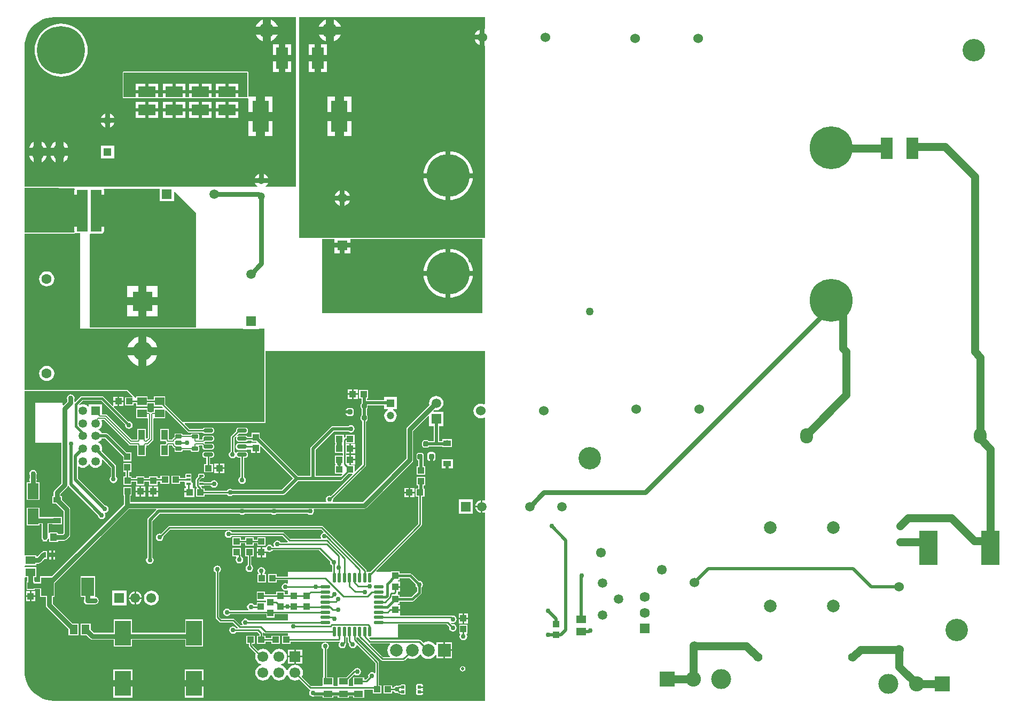
<source format=gtl>
G04*
G04 #@! TF.GenerationSoftware,Altium Limited,Altium Designer,20.0.13 (296)*
G04*
G04 Layer_Physical_Order=1*
G04 Layer_Color=255*
%FSTAX25Y25*%
%MOIN*%
G70*
G01*
G75*
%ADD10C,0.03000*%
%ADD11C,0.02000*%
%ADD15C,0.01000*%
%ADD23R,0.05787X0.03976*%
G04:AMPARAMS|DCode=24|XSize=67.12mil|YSize=259.91mil|CornerRadius=3.36mil|HoleSize=0mil|Usage=FLASHONLY|Rotation=0.000|XOffset=0mil|YOffset=0mil|HoleType=Round|Shape=RoundedRectangle|*
%AMROUNDEDRECTD24*
21,1,0.06712,0.25319,0,0,0.0*
21,1,0.06041,0.25991,0,0,0.0*
1,1,0.00671,0.03020,-0.12660*
1,1,0.00671,-0.03020,-0.12660*
1,1,0.00671,-0.03020,0.12660*
1,1,0.00671,0.03020,0.12660*
%
%ADD24ROUNDEDRECTD24*%
G04:AMPARAMS|DCode=25|XSize=31.5mil|YSize=35.43mil|CornerRadius=7.87mil|HoleSize=0mil|Usage=FLASHONLY|Rotation=180.000|XOffset=0mil|YOffset=0mil|HoleType=Round|Shape=RoundedRectangle|*
%AMROUNDEDRECTD25*
21,1,0.03150,0.01968,0,0,180.0*
21,1,0.01575,0.03543,0,0,180.0*
1,1,0.01575,-0.00787,0.00984*
1,1,0.01575,0.00787,0.00984*
1,1,0.01575,0.00787,-0.00984*
1,1,0.01575,-0.00787,-0.00984*
%
%ADD25ROUNDEDRECTD25*%
G04:AMPARAMS|DCode=26|XSize=27.17mil|YSize=38.98mil|CornerRadius=3.4mil|HoleSize=0mil|Usage=FLASHONLY|Rotation=90.000|XOffset=0mil|YOffset=0mil|HoleType=Round|Shape=RoundedRectangle|*
%AMROUNDEDRECTD26*
21,1,0.02717,0.03219,0,0,90.0*
21,1,0.02037,0.03898,0,0,90.0*
1,1,0.00679,0.01609,0.01019*
1,1,0.00679,0.01609,-0.01019*
1,1,0.00679,-0.01609,-0.01019*
1,1,0.00679,-0.01609,0.01019*
%
%ADD26ROUNDEDRECTD26*%
G04:AMPARAMS|DCode=27|XSize=21.65mil|YSize=59.06mil|CornerRadius=5.41mil|HoleSize=0mil|Usage=FLASHONLY|Rotation=180.000|XOffset=0mil|YOffset=0mil|HoleType=Round|Shape=RoundedRectangle|*
%AMROUNDEDRECTD27*
21,1,0.02165,0.04823,0,0,180.0*
21,1,0.01083,0.05906,0,0,180.0*
1,1,0.01083,-0.00541,0.02411*
1,1,0.01083,0.00541,0.02411*
1,1,0.01083,0.00541,-0.02411*
1,1,0.01083,-0.00541,-0.02411*
%
%ADD27ROUNDEDRECTD27*%
G04:AMPARAMS|DCode=28|XSize=21.65mil|YSize=59.06mil|CornerRadius=5.41mil|HoleSize=0mil|Usage=FLASHONLY|Rotation=270.000|XOffset=0mil|YOffset=0mil|HoleType=Round|Shape=RoundedRectangle|*
%AMROUNDEDRECTD28*
21,1,0.02165,0.04823,0,0,270.0*
21,1,0.01083,0.05906,0,0,270.0*
1,1,0.01083,-0.02411,-0.00541*
1,1,0.01083,-0.02411,0.00541*
1,1,0.01083,0.02411,0.00541*
1,1,0.01083,0.02411,-0.00541*
%
%ADD28ROUNDEDRECTD28*%
G04:AMPARAMS|DCode=29|XSize=30.71mil|YSize=30.71mil|CornerRadius=7.68mil|HoleSize=0mil|Usage=FLASHONLY|Rotation=270.000|XOffset=0mil|YOffset=0mil|HoleType=Round|Shape=RoundedRectangle|*
%AMROUNDEDRECTD29*
21,1,0.03071,0.01535,0,0,270.0*
21,1,0.01535,0.03071,0,0,270.0*
1,1,0.01535,-0.00768,-0.00768*
1,1,0.01535,-0.00768,0.00768*
1,1,0.01535,0.00768,0.00768*
1,1,0.01535,0.00768,-0.00768*
%
%ADD29ROUNDEDRECTD29*%
%ADD30R,0.04300X0.03900*%
%ADD31R,0.03900X0.04300*%
%ADD32R,0.05118X0.05906*%
%ADD33R,0.05906X0.05118*%
%ADD34R,0.07480X0.13386*%
%ADD35R,0.04331X0.03937*%
%ADD36R,0.03937X0.04331*%
%ADD37R,0.11000X0.06800*%
%ADD38R,0.07874X0.11811*%
%ADD39R,0.07300X0.13400*%
%ADD40R,0.11417X0.21260*%
%ADD41R,0.09843X0.19685*%
%ADD42R,0.01575X0.03543*%
%ADD43R,0.04803X0.03583*%
%ADD44R,0.09843X0.15748*%
G04:AMPARAMS|DCode=45|XSize=61.02mil|YSize=23.62mil|CornerRadius=5.91mil|HoleSize=0mil|Usage=FLASHONLY|Rotation=180.000|XOffset=0mil|YOffset=0mil|HoleType=Round|Shape=RoundedRectangle|*
%AMROUNDEDRECTD45*
21,1,0.06102,0.01181,0,0,180.0*
21,1,0.04921,0.02362,0,0,180.0*
1,1,0.01181,-0.02461,0.00591*
1,1,0.01181,0.02461,0.00591*
1,1,0.01181,0.02461,-0.00591*
1,1,0.01181,-0.02461,-0.00591*
%
%ADD45ROUNDEDRECTD45*%
%ADD46R,0.04799X0.03598*%
%ADD47R,0.04300X0.06300*%
%ADD48R,0.06693X0.09843*%
G04:AMPARAMS|DCode=49|XSize=15.75mil|YSize=25.59mil|CornerRadius=1.97mil|HoleSize=0mil|Usage=FLASHONLY|Rotation=90.000|XOffset=0mil|YOffset=0mil|HoleType=Round|Shape=RoundedRectangle|*
%AMROUNDEDRECTD49*
21,1,0.01575,0.02165,0,0,90.0*
21,1,0.01181,0.02559,0,0,90.0*
1,1,0.00394,0.01083,0.00591*
1,1,0.00394,0.01083,-0.00591*
1,1,0.00394,-0.01083,-0.00591*
1,1,0.00394,-0.01083,0.00591*
%
%ADD49ROUNDEDRECTD49*%
%ADD89C,0.12500*%
%ADD94C,0.30000*%
%ADD104C,0.05000*%
G04:AMPARAMS|DCode=115|XSize=21.65mil|YSize=21.65mil|CornerRadius=2.71mil|HoleSize=0mil|Usage=FLASHONLY|Rotation=180.000|XOffset=0mil|YOffset=0mil|HoleType=Round|Shape=RoundedRectangle|*
%AMROUNDEDRECTD115*
21,1,0.02165,0.01624,0,0,180.0*
21,1,0.01624,0.02165,0,0,180.0*
1,1,0.00541,-0.00812,0.00812*
1,1,0.00541,0.00812,0.00812*
1,1,0.00541,0.00812,-0.00812*
1,1,0.00541,-0.00812,-0.00812*
%
%ADD115ROUNDEDRECTD115*%
%ADD116C,0.05000*%
%ADD117C,0.04000*%
%ADD118C,0.01500*%
%ADD119C,0.00799*%
%ADD120R,0.01200X0.07000*%
%ADD121R,0.03228X0.03075*%
%ADD122R,0.04439X0.04743*%
%ADD123R,0.09359X0.03000*%
%ADD124O,0.07000X0.10000*%
%ADD125C,0.05866*%
%ADD126R,0.06693X0.06693*%
%ADD127C,0.06693*%
%ADD128C,0.26772*%
%ADD129C,0.06102*%
%ADD130C,0.09500*%
%ADD131R,0.09500X0.09500*%
%ADD132R,0.12000X0.12000*%
%ADD133C,0.12000*%
%ADD134C,0.06300*%
%ADD135C,0.07874*%
%ADD136R,0.07874X0.07874*%
%ADD137R,0.06102X0.06102*%
%ADD138C,0.14000*%
%ADD139C,0.05315*%
%ADD140R,0.05315X0.05315*%
%ADD141C,0.04724*%
%ADD142C,0.05937*%
%ADD143R,0.05937X0.05937*%
%ADD144C,0.05906*%
%ADD145R,0.05906X0.05906*%
%ADD146R,0.05118X0.05118*%
%ADD147C,0.05118*%
%ADD148C,0.04500*%
%ADD149R,0.04724X0.04724*%
%ADD150R,0.06260X0.06260*%
%ADD151C,0.06260*%
%ADD152C,0.05512*%
%ADD153O,0.08000X0.09500*%
%ADD154C,0.06000*%
%ADD155R,0.05937X0.05937*%
%ADD156C,0.09449*%
%ADD157R,0.05906X0.05906*%
%ADD158C,0.03000*%
%ADD159C,0.04000*%
G36*
X0020193Y0429092D02*
X0171D01*
Y0323D01*
X0152274D01*
X0152104Y03235D01*
X0152611Y0323889D01*
X015331Y03248D01*
X01536Y03255D01*
X01495D01*
X01454D01*
X014569Y03248D01*
X0146389Y0323889D01*
X0146896Y03235D01*
X0146726Y0323D01*
X0001569D01*
Y0410468D01*
X0001557Y041053D01*
X0001712Y0412901D01*
X0002188Y0415293D01*
X0002972Y0417602D01*
X000405Y0419789D01*
X0005405Y0421816D01*
X0007012Y0423649D01*
X0008846Y0425256D01*
X0010873Y0426611D01*
X001306Y042769D01*
X0015369Y0428473D01*
X001776Y0428949D01*
X0020131Y0429104D01*
X0020193Y0429092D01*
D02*
G37*
G36*
X0032678Y0322107D02*
X0032853Y0321773D01*
X0032899Y0321604D01*
X0032768Y0320947D01*
Y0318287D01*
X003766D01*
Y0298287D01*
X0032768D01*
Y0295628D01*
X0032893Y0295D01*
X003263Y02945D01*
X0001569Y02945D01*
Y0322351D01*
X001334D01*
X0032678Y0322107D01*
D02*
G37*
G36*
X00365Y02345D02*
X0138047D01*
Y0234047D01*
X0147953D01*
Y02345D01*
X01515D01*
Y0176D01*
X0100433D01*
X0089399Y0187033D01*
Y0192159D01*
X0082294D01*
Y0190122D01*
X0078399D01*
Y0192159D01*
X0071294D01*
Y019136D01*
X0070832Y0191168D01*
X006595Y019605D01*
X0001569D01*
Y029385D01*
X003263Y0293851D01*
X0032722Y0293889D01*
X0032822Y029388D01*
X0032943Y0293981D01*
X0032991Y0294D01*
X00365D01*
Y02345D01*
D02*
G37*
G36*
X0053697Y0321974D02*
X008602D01*
Y0314047D01*
X0094925D01*
Y0319921D01*
X0095387Y0320113D01*
X0108574Y0306926D01*
X0108574Y0235149D01*
X0042189D01*
Y029362D01*
X0042689Y0293882D01*
X004332Y0293756D01*
X004936D01*
X0050077Y0293899D01*
X0050684Y0294304D01*
X005109Y0294912D01*
X0051232Y0295628D01*
Y0298287D01*
X004634D01*
Y0318287D01*
X0051232D01*
Y0320947D01*
X0051126Y032148D01*
X0051434Y0321979D01*
X0053697Y0321974D01*
D02*
G37*
G36*
X0288851Y0421772D02*
X0288815Y0421746D01*
Y04165D01*
Y0411254D01*
X0288851Y0411228D01*
Y0291D01*
X0173D01*
Y0429092D01*
X0288851D01*
Y0421772D01*
D02*
G37*
G36*
X0287351Y0244D02*
X01875D01*
X01875Y0290351D01*
X0195047D01*
Y0288D01*
X02D01*
X0204953D01*
Y0290351D01*
X0287351D01*
X0287351Y0244D01*
D02*
G37*
G36*
X0288851Y0187318D02*
X0288351Y0187028D01*
X028749Y0187384D01*
X0286315Y0187539D01*
X028514Y0187384D01*
X0284046Y0186931D01*
X0283105Y0186209D01*
X0282384Y0185269D01*
X0281931Y0184175D01*
X0281776Y0183D01*
X0281931Y0181825D01*
X0282384Y0180731D01*
X0283105Y0179791D01*
X0284046Y0179069D01*
X028514Y0178616D01*
X0286315Y0178461D01*
X028749Y0178616D01*
X0288351Y0178972D01*
X0288851Y0178682D01*
Y0127294D01*
X0288435Y0127016D01*
X0288036Y0127181D01*
X02875Y0127252D01*
Y0123315D01*
Y0119378D01*
X0288036Y0119449D01*
X0288435Y0119614D01*
X0288851Y0119336D01*
Y0001845D01*
X0020193D01*
X0020131Y0001833D01*
X001776Y0001988D01*
X0015369Y0002464D01*
X001306Y0003247D01*
X0010873Y0004326D01*
X0008846Y000568D01*
X0007012Y0007288D01*
X0005405Y0009121D01*
X000405Y0011148D01*
X0002972Y0013335D01*
X0002188Y0015644D01*
X0001712Y0018035D01*
X0001557Y0020407D01*
X0001569Y0020469D01*
Y0078806D01*
X0001947Y0079101D01*
X0002069Y0079101D01*
X0003359D01*
Y0076702D01*
X0002932D01*
Y0071172D01*
X0008068D01*
Y0071796D01*
X0011365D01*
Y0066795D01*
X0014966D01*
Y0061652D01*
X0015129Y0060833D01*
X0015594Y0060138D01*
X0029101Y0046631D01*
Y0042947D01*
X0035419D01*
Y0050053D01*
X0031735D01*
X0019249Y0062539D01*
Y0066795D01*
X0020439D01*
Y0075411D01*
X0066847Y0121819D01*
X0083748D01*
X0083955Y0121319D01*
X0078693Y0116057D01*
X0078339Y0115528D01*
X0078215Y0114903D01*
Y0091456D01*
X0078188Y0091438D01*
X007768Y0090677D01*
X0077501Y008978D01*
X007768Y0088882D01*
X0078188Y0088122D01*
X0078949Y0087613D01*
X0079847Y0087435D01*
X0080744Y0087613D01*
X0081505Y0088122D01*
X0082013Y0088882D01*
X0082191Y008978D01*
X0082013Y0090677D01*
X0081505Y0091438D01*
X0081478Y0091456D01*
Y0114228D01*
X0085979Y0118729D01*
X01358D01*
X0135818Y0118702D01*
X0136579Y0118194D01*
X0137477Y0118016D01*
X0138374Y0118194D01*
X0139135Y0118702D01*
X0139153Y0118729D01*
X0155543D01*
X0155561Y0118702D01*
X0156322Y0118194D01*
X0157219Y0118016D01*
X0158116Y0118194D01*
X0158877Y0118702D01*
X0158895Y0118729D01*
X0178312D01*
X017833Y0118702D01*
X0179091Y0118194D01*
X0179988Y0118016D01*
X0180886Y0118194D01*
X0181646Y0118702D01*
X0182155Y0119463D01*
X0182333Y0120361D01*
X0182155Y0121258D01*
X0182074Y0121379D01*
X018231Y0121819D01*
X0213557D01*
X0214376Y0121983D01*
X0215071Y0122447D01*
X0243514Y015089D01*
X0243978Y0151584D01*
X0244141Y0152403D01*
Y0170467D01*
X0253637Y0179963D01*
X0254098Y0179771D01*
Y017361D01*
X0256936D01*
Y0164068D01*
X0254024D01*
X0253788Y0164421D01*
X0253329Y0164728D01*
X0252787Y0164836D01*
X0251213D01*
X0250671Y0164728D01*
X0250212Y0164421D01*
X0249906Y0163963D01*
X0249798Y0163421D01*
Y0161453D01*
X0249906Y0160911D01*
X0250212Y0160452D01*
X0250671Y0160146D01*
X0251213Y0160038D01*
X0252787D01*
X0253329Y0160146D01*
X0253788Y0160452D01*
X0254024Y0160806D01*
X02625D01*
Y0160582D01*
X02685D01*
Y0165381D01*
X0265598D01*
X02655Y01654D01*
X0265402Y0165381D01*
X02625D01*
Y0164068D01*
X0260198D01*
Y017361D01*
X0263035D01*
Y0182547D01*
X0256874D01*
X0256683Y0183009D01*
X0257288Y0183614D01*
X02574Y0183568D01*
X0258567Y0183414D01*
X0259733Y0183568D01*
X0260821Y0184018D01*
X0261754Y0184734D01*
X026247Y0185668D01*
X026292Y0186755D01*
X0263074Y0187921D01*
X026292Y0189088D01*
X026247Y0190175D01*
X0261754Y0191108D01*
X0260821Y0191824D01*
X0259733Y0192275D01*
X0258567Y0192428D01*
X02574Y0192275D01*
X0256313Y0191824D01*
X025538Y0191108D01*
X0254664Y0190175D01*
X0254213Y0189088D01*
X025406Y0187921D01*
X0254213Y0186755D01*
X025426Y0186642D01*
X0240486Y0172868D01*
X0240022Y0172174D01*
X0239859Y0171354D01*
Y015329D01*
X021267Y0126102D01*
X0194252D01*
X0194016Y0126543D01*
X0194167Y0126768D01*
X0194345Y0127665D01*
X0194219Y0128298D01*
X0214392Y0148471D01*
X0214392Y0148471D01*
X0214635Y0148835D01*
X0214721Y0149265D01*
X0214721Y0149265D01*
Y0176575D01*
X0214901Y0176611D01*
X0215353Y0176913D01*
X0215655Y0177366D01*
X0215761Y0177899D01*
Y0179435D01*
X0215655Y0179968D01*
X0215353Y0180421D01*
X0215231Y0180502D01*
Y0184312D01*
X0215353Y0184394D01*
X0215655Y0184846D01*
X0215761Y018538D01*
Y0186614D01*
X0226138D01*
Y0184012D01*
X0228286D01*
X0228386Y0183512D01*
X0228052Y0183374D01*
X0227245Y0182755D01*
X0226626Y0181948D01*
X0226237Y0181008D01*
X0226104Y018D01*
X0226237Y0178992D01*
X0226626Y0178052D01*
X0227245Y0177245D01*
X0228052Y0176626D01*
X0228992Y0176237D01*
X023Y0176104D01*
X0231008Y0176237D01*
X0231948Y0176626D01*
X0232755Y0177245D01*
X0233374Y0178052D01*
X0233763Y0178992D01*
X0233895Y018D01*
X0233763Y0181008D01*
X0233374Y0181948D01*
X0232755Y0182755D01*
X0231948Y0183374D01*
X0231614Y0183512D01*
X0231714Y0184012D01*
X0233862D01*
Y0191736D01*
X0226138D01*
Y0189877D01*
X0215231D01*
Y019095D01*
X0215943D01*
Y019605D01*
X0210443D01*
Y019095D01*
X0211968D01*
Y0187983D01*
X0211845Y0187901D01*
X0211543Y0187449D01*
X0211437Y0186915D01*
Y018538D01*
X0211543Y0184846D01*
X0211845Y0184394D01*
X0211968Y0184312D01*
Y0180502D01*
X0211845Y0180421D01*
X0211543Y0179968D01*
X0211437Y0179435D01*
Y0177899D01*
X0211543Y0177366D01*
X0211845Y0176913D01*
X0212298Y0176611D01*
X0212478Y0176575D01*
Y0149729D01*
X0207995Y0145247D01*
X0207534Y0145438D01*
Y014905D01*
X0204107D01*
X0204067Y0149109D01*
X0204283Y0149513D01*
Y01525D01*
Y015545D01*
X0202462D01*
Y015655D01*
X0204283D01*
Y01595D01*
Y016245D01*
X0202462D01*
Y016295D01*
X0207534D01*
Y016805D01*
X0202033D01*
Y0166658D01*
X0201604Y0166572D01*
X0201341Y0166396D01*
X0200983Y0166515D01*
X0200841Y0166618D01*
Y016805D01*
X0195341D01*
Y016295D01*
X0195571D01*
X019576Y0162496D01*
X0195417Y016205D01*
X0195341D01*
Y015695D01*
X0199866D01*
X0200219Y0156647D01*
X0200219Y0156646D01*
Y015505D01*
X0195341D01*
Y014995D01*
X0195636D01*
X0195801Y0149455D01*
X0195515Y014905D01*
X0195341D01*
Y014395D01*
X0199794D01*
X0199985Y0143488D01*
X019899Y0142493D01*
X0198952Y01425D01*
X0183179D01*
Y0158643D01*
X0194834Y0170298D01*
X0203607D01*
X0203625Y0170271D01*
X0204386Y0169763D01*
X0205283Y0169584D01*
X0206181Y0169763D01*
X0206942Y0170271D01*
X020745Y0171032D01*
X0207629Y0171929D01*
X020745Y0172827D01*
X0206942Y0173587D01*
X0206181Y0174096D01*
X0205283Y0174274D01*
X0204386Y0174096D01*
X0203625Y0173587D01*
X0203607Y0173561D01*
X0194158D01*
X0193534Y0173436D01*
X0193005Y0173083D01*
X0180394Y0160472D01*
X0180041Y0159943D01*
X0179917Y0159319D01*
Y01425D01*
X017226D01*
X0148415Y0166345D01*
Y0169372D01*
X0143278D01*
Y0166881D01*
X0141014D01*
X0140795Y0167209D01*
X0140402Y0167472D01*
X0139937Y0167564D01*
X0135016D01*
X0134627Y0167487D01*
X0134452Y0167664D01*
X0134332Y0167899D01*
X0135388Y0168955D01*
X0139937D01*
X0140402Y0169048D01*
X0140795Y0169311D01*
X0141059Y0169705D01*
X0141151Y0170169D01*
Y017135D01*
X0141059Y0171815D01*
X0140795Y0172209D01*
X0140402Y0172472D01*
X0139937Y0172564D01*
X0135016D01*
X0134551Y0172472D01*
X0134158Y0172209D01*
X0133894Y0171815D01*
X0133802Y017135D01*
Y0170542D01*
X0130707Y0167446D01*
X0130464Y0167083D01*
X0130378Y0166654D01*
X0130378Y0166653D01*
Y0157777D01*
X0129842Y0157418D01*
X0129333Y0156657D01*
X0129155Y015576D01*
X0129333Y0154862D01*
X0129842Y0154102D01*
X0130603Y0153593D01*
X01315Y0153415D01*
X0132397Y0153593D01*
X0133158Y0154102D01*
X013345Y0154538D01*
X0133467Y0154545D01*
X0134028Y0154504D01*
X0134158Y0154311D01*
X0134551Y0154048D01*
X0135016Y0153955D01*
X0136355D01*
Y0141803D01*
X0135818Y0141444D01*
X013531Y0140683D01*
X0135131Y0139786D01*
X013531Y0138889D01*
X0135818Y0138128D01*
X0136579Y0137619D01*
X0137477Y0137441D01*
X0138374Y0137619D01*
X0139135Y0138128D01*
X0139643Y0138889D01*
X0139822Y0139786D01*
X0139643Y0140683D01*
X0139135Y0141444D01*
X0138598Y0141803D01*
Y0153955D01*
X0139937D01*
X0140402Y0154048D01*
X0140795Y0154311D01*
X0141059Y0154705D01*
X0141151Y0155169D01*
Y015635D01*
X0141059Y0156815D01*
X0140795Y0157209D01*
X0140402Y0157472D01*
X0139937Y0157564D01*
X0135016D01*
X0134551Y0157472D01*
X0134158Y0157209D01*
X0134028Y0157016D01*
X0133467Y0156975D01*
X013345Y0156981D01*
X0133158Y0157418D01*
X0132622Y0157777D01*
Y0166189D01*
X0133467Y0167034D01*
X0133702Y0166914D01*
X0133879Y016674D01*
X0133802Y016635D01*
Y0165169D01*
X0133894Y0164705D01*
X0134158Y0164311D01*
X0134551Y0164048D01*
X0135016Y0163955D01*
X0139937D01*
X0140402Y0164048D01*
X0140795Y0164311D01*
X0141014Y0164638D01*
X0143278D01*
Y0163841D01*
X0146252D01*
X0146488Y0163548D01*
X0146283Y0163079D01*
X0142878D01*
Y0162849D01*
X0140558D01*
X0139937Y0162972D01*
X0135016D01*
X0134395Y0162849D01*
X0133869Y0162497D01*
X0133518Y0161971D01*
X0133394Y016135D01*
Y0160169D01*
X0133518Y0159549D01*
X0133869Y0159023D01*
X0134395Y0158671D01*
X0135016Y0158548D01*
X0139937D01*
X0140558Y0158671D01*
X0142878Y0158671D01*
Y0156748D01*
X0148815D01*
Y0160677D01*
X0149277Y0160869D01*
X0169277Y0140869D01*
X0162169Y0133761D01*
X0131574D01*
X0131556Y0133788D01*
X0130795Y0134297D01*
X0129897Y0134475D01*
X0129Y0134297D01*
X0128239Y0133788D01*
X0127794Y0133122D01*
X0114055D01*
Y0134569D01*
X0112411D01*
Y0134623D01*
X0112326Y0135052D01*
X0112082Y0135416D01*
X0112082Y0135416D01*
X0111922Y0135576D01*
X0112113Y0136038D01*
X0113061D01*
X0113372Y01361D01*
X0113636Y0136276D01*
X0113665Y0136319D01*
X011783D01*
X0118188Y0135783D01*
X0118949Y0135274D01*
X0119846Y0135096D01*
X0120744Y0135274D01*
X0121505Y0135783D01*
X0122013Y0136544D01*
X0122192Y0137441D01*
X0122013Y0138338D01*
X0121505Y0139099D01*
X0120744Y0139608D01*
X0119846Y0139786D01*
X0118949Y0139608D01*
X0118188Y0139099D01*
X011783Y0138563D01*
X0113665D01*
X0113636Y0138606D01*
X0113372Y0138782D01*
X0113061Y0138844D01*
X0110896D01*
X011072Y0138988D01*
Y0139715D01*
X0112161Y0141156D01*
X0113061D01*
X0113372Y0141218D01*
X0113636Y0141394D01*
X0113812Y0141658D01*
X0113874Y0141969D01*
Y014315D01*
X0113812Y0143461D01*
X0113636Y0143724D01*
X0113372Y01439D01*
X0113061Y0143962D01*
X0110896D01*
X0110585Y01439D01*
X0110321Y0143724D01*
X0110145Y0143461D01*
X0110083Y014315D01*
Y014225D01*
X0108806Y0140973D01*
X0108563Y0140609D01*
X0108477Y014018D01*
X0108477Y014018D01*
Y0136313D01*
X0108477Y0136313D01*
X0108563Y0135884D01*
X0108806Y013552D01*
X0109295Y013503D01*
X0109104Y0134569D01*
X0108524D01*
Y0129431D01*
X0114055D01*
Y0130878D01*
X0127967D01*
X0128239Y0130472D01*
X0129Y0129963D01*
X0129897Y0129785D01*
X0130795Y0129963D01*
X0131556Y0130472D01*
X0131574Y0130499D01*
X0162845D01*
X0163469Y0130623D01*
X0163998Y0130976D01*
X017226Y0139238D01*
X0198952D01*
X0199577Y0139362D01*
X0200106Y0139715D01*
X020046Y0140245D01*
X0200584Y0140869D01*
X0200576Y0140907D01*
X020362Y014395D01*
X0206045D01*
X0206237Y0143488D01*
X0192633Y0129885D01*
X0192Y013001D01*
X0191103Y0129832D01*
X0190342Y0129324D01*
X0189833Y0128563D01*
X0189655Y0127665D01*
X0189833Y0126768D01*
X0189984Y0126543D01*
X0189748Y0126102D01*
X0067793D01*
Y0130053D01*
X0068493D01*
Y0135554D01*
X0063393D01*
Y0130053D01*
X0063511D01*
Y0124539D01*
X0018778Y0079805D01*
X0011365D01*
Y0076078D01*
X0008068D01*
Y0076702D01*
X0007641D01*
Y0079101D01*
X0009053D01*
Y0085419D01*
X0002069D01*
X0001947Y0085419D01*
X0001569Y0085714D01*
Y0086286D01*
X0001947Y0086581D01*
X0002069Y0086581D01*
X0009053D01*
Y0087599D01*
X0010232D01*
X0011051Y0087762D01*
X0011746Y0088226D01*
X0014136Y0090617D01*
X0015755D01*
Y009536D01*
X001298D01*
Y009503D01*
X0012661Y0094966D01*
X0011966Y0094502D01*
X0009553Y0092089D01*
X0009053Y0092296D01*
Y0092899D01*
X0002069D01*
X0001947Y0092899D01*
X0001569Y0093194D01*
Y0195401D01*
X0065681D01*
X0069051Y019203D01*
X006886Y0191569D01*
X0064235D01*
Y0186432D01*
X0069765D01*
Y0187878D01*
X0071294D01*
Y0185841D01*
X0078399D01*
Y0187878D01*
X0082294D01*
Y0185841D01*
X0087419D01*
X008812Y0185141D01*
X0087928Y0184679D01*
X0082294D01*
Y0182539D01*
X0081584D01*
X0081584Y0182539D01*
X0081194Y0182461D01*
X0080864Y018224D01*
X0080863Y018224D01*
X0080689Y0182066D01*
X0080676Y0182056D01*
X0080016Y0182056D01*
X0080004Y0182066D01*
X0079829Y018224D01*
X0079499Y0182461D01*
X0079109Y0182539D01*
X0079109Y0182539D01*
X0078399D01*
Y0184679D01*
X0071294D01*
Y0178361D01*
X0078399D01*
X0078558Y0177926D01*
Y0166268D01*
X0077978Y0165688D01*
X0077516Y0165879D01*
Y0166259D01*
X0077496Y0166358D01*
Y017176D01*
X0071996D01*
Y0166358D01*
X0071977Y0166259D01*
X0071977Y0166259D01*
Y0165049D01*
X0068589D01*
X0052962Y0180675D01*
X0052632Y0180896D01*
X0052242Y0180974D01*
X0052242Y0180974D01*
X0050032D01*
Y0187279D01*
X0041717D01*
Y0185929D01*
X0041216Y018576D01*
X0040965Y0186087D01*
X0040097Y0186754D01*
X0039085Y0187172D01*
X0038Y0187315D01*
X0036915Y0187172D01*
X0035903Y0186754D01*
X0035638Y0187161D01*
X0037998Y0189521D01*
X0049504D01*
X006453Y0174495D01*
X0064464Y0174163D01*
X0064643Y0173265D01*
X0065151Y0172504D01*
X0065912Y0171996D01*
X0066809Y0171818D01*
X0067707Y0171996D01*
X0068467Y0172504D01*
X0068976Y0173265D01*
X0069154Y0174163D01*
X0068976Y017506D01*
X0068467Y0175821D01*
X0067707Y0176329D01*
X0066809Y0176508D01*
X0066477Y0176442D01*
X0057387Y0185531D01*
X0057594Y0186031D01*
X0059807D01*
Y01885D01*
X0057142D01*
Y0186484D01*
X0056642Y0186277D01*
X0051047Y0191871D01*
X0050601Y0192169D01*
X0050074Y0192274D01*
X0037428D01*
X0037428Y0192274D01*
X0036901Y0192169D01*
X0036455Y0191871D01*
X0036455Y0191871D01*
X0033177Y0188593D01*
X0032698Y0188738D01*
X0032667Y0188897D01*
X0032641Y0188935D01*
Y0190061D01*
X0032667Y0190099D01*
X0032845Y0190996D01*
X0032667Y0191893D01*
X0032158Y0192654D01*
X0031397Y0193163D01*
X00305Y0193341D01*
X0029603Y0193163D01*
X0028842Y0192654D01*
X0028333Y0191893D01*
X0028155Y0190996D01*
X0028333Y0190099D01*
X0028359Y0190061D01*
Y0188935D01*
X0028333Y0188897D01*
X0028324Y0188853D01*
X0025962Y018649D01*
X00255Y0186681D01*
Y0188D01*
X00085D01*
Y0163D01*
X002469D01*
Y013783D01*
X0020432Y0133573D01*
X0019968Y0132878D01*
X0019805Y0132059D01*
Y0129828D01*
X0018945D01*
Y0125046D01*
X0021309D01*
X0025859Y0120496D01*
Y0106656D01*
X0025356Y0106153D01*
X0022595D01*
Y0106384D01*
X0022405Y0106843D01*
X0021946Y0107033D01*
X0017507D01*
X0017048Y0106843D01*
X0017008Y0106747D01*
X0016509Y0106846D01*
Y0112422D01*
X0018945D01*
Y0112172D01*
X0024948D01*
Y0116954D01*
X0018945D01*
Y0116704D01*
X0010947D01*
Y0122647D01*
X0003053D01*
Y0111605D01*
X0010947D01*
Y0112422D01*
X0012226D01*
Y0104012D01*
X0012389Y0103192D01*
X0012853Y0102498D01*
X001298Y0102413D01*
Y010164D01*
X0015755D01*
Y0102413D01*
X0015881Y0102498D01*
X0016345Y0103192D01*
X0016358Y0103256D01*
X0016858Y0103206D01*
Y010164D01*
X0017048Y0101181D01*
X0017507Y0100991D01*
X0021946D01*
X0022405Y0101181D01*
X0022595Y010164D01*
Y0101871D01*
X0026243D01*
X0027062Y0102034D01*
X0027757Y0102498D01*
X0029514Y0104255D01*
X0029978Y010495D01*
X0030141Y0105769D01*
Y0121383D01*
X0029978Y0122202D01*
X0029514Y0122897D01*
X0024948Y0127463D01*
Y0129828D01*
X0024087D01*
Y0131172D01*
X0028345Y0135429D01*
X0028737Y0136016D01*
X0029136Y0136084D01*
X0029307Y0136064D01*
X0029431Y0135878D01*
X0047469Y011784D01*
X0047463Y0117808D01*
X0047641Y0116911D01*
X004815Y011615D01*
X0048911Y0115641D01*
X0049808Y0115463D01*
X0050705Y0115641D01*
X0051466Y011615D01*
X0051974Y0116911D01*
X0052153Y0117808D01*
X0051974Y0118705D01*
X0051786Y0118988D01*
X0051787Y0119013D01*
X0052039Y0119509D01*
X0052705Y0119641D01*
X0053466Y012015D01*
X0053974Y0120911D01*
X0054153Y0121808D01*
X0053974Y0122705D01*
X0053466Y0123466D01*
X0052705Y0123975D01*
X0051808Y0124153D01*
X0051776Y0124147D01*
X0034974Y0140949D01*
Y0148077D01*
X0035474Y0148324D01*
X0035903Y0147994D01*
X0036915Y0147575D01*
X0038Y0147433D01*
X0039085Y0147575D01*
X0040097Y0147994D01*
X0040965Y0148661D01*
X0041631Y0149529D01*
X0041687Y0149663D01*
X0042187D01*
X0042243Y0149529D01*
X0042909Y0148661D01*
X0043777Y0147994D01*
X0044789Y0147575D01*
X0045874Y0147433D01*
X0046959Y0147575D01*
X0047971Y0147994D01*
X0048839Y0148661D01*
X0049506Y0149529D01*
X0049924Y0150541D01*
X0050067Y0151626D01*
X0049966Y0152393D01*
X005044Y0152627D01*
X0055538Y0147529D01*
Y0142002D01*
X0055511Y0141984D01*
X0055003Y0141223D01*
X0054824Y0140326D01*
X0055003Y0139429D01*
X0055511Y0138668D01*
X0056272Y0138159D01*
X0057169Y0137981D01*
X0058067Y0138159D01*
X0058828Y0138668D01*
X0059336Y0139429D01*
X0059514Y0140326D01*
X0059336Y0141223D01*
X0058828Y0141984D01*
X0058801Y0142002D01*
Y0148205D01*
X0058676Y0148829D01*
X0058323Y0149358D01*
X0049732Y0157949D01*
X0049924Y0158415D01*
X0050067Y01595D01*
X0049924Y0160585D01*
X0049506Y0161597D01*
X0048839Y0162465D01*
X0047971Y0163131D01*
X0047837Y0163187D01*
Y0163687D01*
X0047971Y0163742D01*
X0048839Y0164409D01*
X0049506Y0165277D01*
X0049698Y0165743D01*
X0052143D01*
X0063281Y0154605D01*
Y0151612D01*
X0068381D01*
Y0157112D01*
X0065388D01*
X0053973Y0168527D01*
X0053443Y0168881D01*
X0052819Y0169005D01*
X0049698D01*
X0049506Y0169471D01*
X0048839Y0170339D01*
X0047971Y0171006D01*
X0047837Y0171061D01*
Y0171561D01*
X0047971Y0171616D01*
X0048839Y0172283D01*
X0049506Y0173151D01*
X0049924Y0174163D01*
X0050067Y0175248D01*
X0049924Y0176333D01*
X0049691Y0176896D01*
X0050025Y0177396D01*
X0051182D01*
X0066809Y016177D01*
X0066809Y016177D01*
X006714Y0161549D01*
X006753Y0161471D01*
X006753Y0161471D01*
X0071977D01*
Y016026D01*
X0071977Y016026D01*
X0071996Y0160162D01*
Y015476D01*
X0077496D01*
Y0160162D01*
X0077516Y016026D01*
Y0161471D01*
X0078398D01*
X0078398Y0161471D01*
X0078788Y0161549D01*
X0079119Y016177D01*
X0081837Y0164488D01*
X0081837Y0164488D01*
X0082057Y0164818D01*
X0082135Y0165208D01*
X0082135Y0165208D01*
Y0177926D01*
X0082294Y0178361D01*
X0089399D01*
Y0183208D01*
X0089861Y0183399D01*
X0103294Y0169967D01*
X0103294Y0169967D01*
X0103657Y0169724D01*
X0104087Y0169638D01*
X0104087Y0169638D01*
X0112679D01*
X0112898Y0169311D01*
X0113291Y0169048D01*
X0113756Y0168955D01*
X0118677D01*
X0119142Y0169048D01*
X0119535Y0169311D01*
X0119799Y0169705D01*
X0119891Y0170169D01*
Y017135D01*
X0119799Y0171815D01*
X0119535Y0172209D01*
X0119142Y0172472D01*
X0118677Y0172564D01*
X0113756D01*
X0113291Y0172472D01*
X0112898Y0172209D01*
X0112679Y0171881D01*
X0104551D01*
X0101544Y0174889D01*
X0101735Y0175351D01*
X01515D01*
X0151959Y0175541D01*
X0152149Y0176D01*
Y02205D01*
X0288851D01*
Y0187318D01*
D02*
G37*
%LPC*%
G36*
X01553Y0427591D02*
Y04233D01*
X0159591D01*
X0159507Y0423578D01*
X0158836Y0424833D01*
X0157933Y0425933D01*
X0156833Y0426836D01*
X0155578Y0427507D01*
X01553Y0427591D01*
D02*
G37*
G36*
X01503D02*
X0150022Y0427507D01*
X0148767Y0426836D01*
X0147667Y0425933D01*
X0146764Y0424833D01*
X0146093Y0423578D01*
X0146009Y04233D01*
X01503D01*
Y0427591D01*
D02*
G37*
G36*
X0159591Y04183D02*
X01553D01*
Y0414009D01*
X0155578Y0414093D01*
X0156833Y0414764D01*
X0157933Y0415667D01*
X0158836Y0416767D01*
X0159507Y0418022D01*
X0159591Y04183D01*
D02*
G37*
G36*
X01503D02*
X0146009D01*
X0146093Y0418022D01*
X0146764Y0416767D01*
X0147667Y0415667D01*
X0148767Y0414764D01*
X0150022Y0414093D01*
X01503Y0414009D01*
Y04183D01*
D02*
G37*
G36*
X0168Y04122D02*
X016435D01*
Y04055D01*
X0168D01*
Y04122D01*
D02*
G37*
G36*
X016035D02*
X01567D01*
Y04055D01*
X016035D01*
Y04122D01*
D02*
G37*
G36*
X0168Y04015D02*
X016435D01*
Y03948D01*
X0168D01*
Y04015D01*
D02*
G37*
G36*
X016035D02*
X01567D01*
Y03948D01*
X016035D01*
Y04015D01*
D02*
G37*
G36*
X00245Y0425035D02*
X0022342Y0424894D01*
X002022Y0424472D01*
X0018172Y0423777D01*
X0016232Y042282D01*
X0014434Y0421618D01*
X0012808Y0420192D01*
X0011382Y0418566D01*
X001018Y0416768D01*
X0009223Y0414828D01*
X0008528Y041278D01*
X0008106Y0410658D01*
X0007965Y04085D01*
X0008106Y0406342D01*
X0008528Y040422D01*
X0009223Y0402172D01*
X001018Y0400232D01*
X0011382Y0398434D01*
X0012808Y0396808D01*
X0014434Y0395382D01*
X0016232Y039418D01*
X0018172Y0393223D01*
X002022Y0392528D01*
X0022342Y0392106D01*
X00245Y0391965D01*
X0026658Y0392106D01*
X002878Y0392528D01*
X0030828Y0393223D01*
X0032768Y039418D01*
X0034566Y0395382D01*
X0036192Y0396808D01*
X0037618Y0398434D01*
X003882Y0400232D01*
X0039777Y0402172D01*
X0040472Y040422D01*
X0040894Y0406342D01*
X0041035Y04085D01*
X0040894Y0410658D01*
X0040472Y041278D01*
X0039777Y0414828D01*
X003882Y0416768D01*
X0037618Y0418566D01*
X0036192Y0420192D01*
X0034566Y0421618D01*
X0032768Y042282D01*
X0030828Y0423777D01*
X002878Y0424472D01*
X0026658Y0424894D01*
X00245Y0425035D01*
D02*
G37*
G36*
X0102Y0376D02*
X0096D01*
Y03721D01*
X0102D01*
Y0376D01*
D02*
G37*
G36*
X0094D02*
X0088D01*
Y03721D01*
X0094D01*
Y0376D01*
D02*
G37*
G36*
X0085D02*
X0079D01*
Y03721D01*
X0085D01*
Y0376D01*
D02*
G37*
G36*
X0077D02*
X0071D01*
Y03721D01*
X0077D01*
Y0376D01*
D02*
G37*
G36*
X01185Y0376D02*
X01125D01*
Y03721D01*
X01185D01*
Y0376D01*
D02*
G37*
G36*
X01105D02*
X01045D01*
Y03721D01*
X01105D01*
Y0376D01*
D02*
G37*
G36*
X0135Y0376D02*
X0129D01*
Y03721D01*
X0135D01*
Y0376D01*
D02*
G37*
G36*
X0127D02*
X0121D01*
Y03721D01*
X0127D01*
Y0376D01*
D02*
G37*
G36*
X0151644Y0379343D02*
Y036975D01*
X0156315D01*
Y0379343D01*
X0151644D01*
D02*
G37*
G36*
X00635Y0395149D02*
X0063041Y0394959D01*
X0062851Y03945D01*
Y0379D01*
X0063041Y0378541D01*
X00635Y0378351D01*
X0071D01*
X00714Y0378516D01*
X00719Y03785D01*
X00719Y03785D01*
X00719Y03785D01*
X00841D01*
X00841Y03785D01*
X00846Y0378516D01*
X0085Y0378351D01*
X0088D01*
X00884Y0378516D01*
X00889Y03785D01*
X00889Y03785D01*
X00889Y03785D01*
X01011D01*
X01011Y03785D01*
X01016Y0378516D01*
X0102Y0378351D01*
X01045Y0378351D01*
X01049Y0378516D01*
X01054Y03785D01*
X01054Y03785D01*
X01054Y03785D01*
X01176D01*
X01176Y03785D01*
X01181Y0378516D01*
X01185Y0378351D01*
X0121D01*
X01214Y0378516D01*
X01219Y03785D01*
X01219Y03785D01*
X01219Y03785D01*
X01341D01*
X01341Y03785D01*
X01346Y0378516D01*
X0135Y0378351D01*
X01408D01*
X0140972Y0378422D01*
X0141472Y0378101D01*
Y036975D01*
X0146144D01*
Y0379343D01*
X0141949D01*
X0141472Y0379343D01*
X0141449Y0379833D01*
Y03945D01*
X0141259Y0394959D01*
X01408Y0395149D01*
X00635Y0395149D01*
D02*
G37*
G36*
X0102Y03701D02*
X0096D01*
Y03662D01*
X0102D01*
Y03701D01*
D02*
G37*
G36*
X0094D02*
X0088D01*
Y03662D01*
X0094D01*
Y03701D01*
D02*
G37*
G36*
X0085D02*
X0079D01*
Y03662D01*
X0085D01*
Y03701D01*
D02*
G37*
G36*
X0077D02*
X0071D01*
Y03662D01*
X0077D01*
Y03701D01*
D02*
G37*
G36*
X01185Y03701D02*
X01125D01*
Y03662D01*
X01185D01*
Y03701D01*
D02*
G37*
G36*
X01105D02*
X01045D01*
Y03662D01*
X01105D01*
Y03701D01*
D02*
G37*
G36*
X0135Y03701D02*
X0129D01*
Y03662D01*
X0135D01*
Y03701D01*
D02*
G37*
G36*
X0127D02*
X0121D01*
Y03662D01*
X0127D01*
Y03701D01*
D02*
G37*
G36*
X0055Y0368813D02*
Y0366D01*
X0057813D01*
X0057482Y0366799D01*
X0056752Y0367752D01*
X0055799Y0368482D01*
X0055Y0368813D01*
D02*
G37*
G36*
X0052D02*
X0051201Y0368482D01*
X0050248Y0367752D01*
X0049518Y0366799D01*
X0049187Y0366D01*
X0052D01*
Y0368813D01*
D02*
G37*
G36*
X0057813Y0363D02*
X0055D01*
Y0360187D01*
X0055799Y0360518D01*
X0056752Y0361248D01*
X0057482Y0362201D01*
X0057813Y0363D01*
D02*
G37*
G36*
X0052D02*
X0049187D01*
X0049518Y0362201D01*
X0050248Y0361248D01*
X0051201Y0360518D01*
X0052Y0360187D01*
Y0363D01*
D02*
G37*
G36*
X0156315Y036425D02*
X0151644D01*
Y0354658D01*
X0156315D01*
Y036425D01*
D02*
G37*
G36*
X0146144D02*
X0141472D01*
Y0354658D01*
X0146144D01*
Y036425D01*
D02*
G37*
G36*
X00125Y0351329D02*
Y0347411D01*
X0015416D01*
X0015358Y0347847D01*
X0014804Y0349185D01*
X0013923Y0350334D01*
X0012774Y0351215D01*
X00125Y0351329D01*
D02*
G37*
G36*
X00075Y0351329D02*
X0007226Y0351215D01*
X0006077Y0350334D01*
X0005196Y0349185D01*
X0004642Y0347847D01*
X0004584Y0347411D01*
X00075D01*
Y0351329D01*
D02*
G37*
G36*
X0025886Y0351329D02*
Y0347411D01*
X0028802D01*
X0028744Y0347847D01*
X002819Y0349185D01*
X0027308Y0350334D01*
X002616Y0351215D01*
X0025886Y0351329D01*
D02*
G37*
G36*
X0020886Y0351329D02*
X0020612Y0351215D01*
X0019463Y0350334D01*
X0018582Y0349185D01*
X0018027Y0347847D01*
X001797Y0347411D01*
X0020886D01*
Y0351329D01*
D02*
G37*
G36*
X0057559Y0348874D02*
X0049441D01*
Y0340756D01*
X0057559D01*
Y0348874D01*
D02*
G37*
G36*
X0020886Y0342411D02*
X001797D01*
X0018027Y0341975D01*
X0018582Y0340637D01*
X0019463Y0339489D01*
X0020612Y0338607D01*
X0020886Y0338494D01*
Y0342411D01*
D02*
G37*
G36*
X00075Y0342411D02*
X0004584D01*
X0004642Y0341975D01*
X0005196Y0340637D01*
X0006077Y0339489D01*
X0007226Y0338607D01*
X00075Y0338494D01*
Y0342411D01*
D02*
G37*
G36*
X0015416D02*
X00125D01*
Y0338493D01*
X0012774Y0338607D01*
X0013923Y0339489D01*
X0014804Y0340637D01*
X0015358Y0341975D01*
X0015416Y0342411D01*
D02*
G37*
G36*
X0028802Y0342411D02*
X0025886D01*
Y0338493D01*
X002616Y0338607D01*
X0027308Y0339489D01*
X002819Y0340637D01*
X0028744Y0341975D01*
X0028802Y0342411D01*
D02*
G37*
G36*
X0151Y03311D02*
Y03285D01*
X01536D01*
X015331Y03292D01*
X0152611Y0330111D01*
X01517Y033081D01*
X0151Y03311D01*
D02*
G37*
G36*
X0148D02*
X01473Y033081D01*
X0146389Y0330111D01*
X014569Y03292D01*
X01454Y03285D01*
X0148D01*
Y03311D01*
D02*
G37*
%LPD*%
G36*
X01408Y03945D02*
Y0379D01*
X0135D01*
Y03815D01*
X0121D01*
Y0379D01*
X01185D01*
Y03815D01*
X01045D01*
Y0379D01*
X0102Y0379D01*
Y03815D01*
X0088D01*
Y0379D01*
X0085D01*
Y03815D01*
X0071D01*
Y0379D01*
X00635D01*
Y03945D01*
X01408Y03945D01*
D02*
G37*
%LPC*%
G36*
X0102Y03874D02*
X0096D01*
Y03835D01*
X0102D01*
Y03874D01*
D02*
G37*
G36*
X0094D02*
X0088D01*
Y03835D01*
X0094D01*
Y03874D01*
D02*
G37*
G36*
X0085D02*
X0079D01*
Y03835D01*
X0085D01*
Y03874D01*
D02*
G37*
G36*
X0077D02*
X0071D01*
Y03835D01*
X0077D01*
Y03874D01*
D02*
G37*
G36*
X01185Y03874D02*
X01125D01*
Y03835D01*
X01185D01*
Y03874D01*
D02*
G37*
G36*
X01105D02*
X01045D01*
Y03835D01*
X01105D01*
Y03874D01*
D02*
G37*
G36*
X0135Y03874D02*
X0129D01*
Y03835D01*
X0135D01*
Y03874D01*
D02*
G37*
G36*
X0127D02*
X0121D01*
Y03835D01*
X0127D01*
Y03874D01*
D02*
G37*
G36*
X00155Y027029D02*
X0014286Y027013D01*
X0013155Y0269662D01*
X0012184Y0268916D01*
X0011438Y0267945D01*
X001097Y0266814D01*
X001081Y02656D01*
X001097Y0264386D01*
X0011438Y0263255D01*
X0012184Y0262284D01*
X0013155Y0261538D01*
X0014286Y026107D01*
X00155Y026091D01*
X0016714Y026107D01*
X0017845Y0261538D01*
X0018816Y0262284D01*
X0019562Y0263255D01*
X002003Y0264386D01*
X002019Y02656D01*
X002003Y0266814D01*
X0019562Y0267945D01*
X0018816Y0268916D01*
X0017845Y0269662D01*
X0016714Y027013D01*
X00155Y027029D01*
D02*
G37*
G36*
X00778Y0229629D02*
Y0222959D01*
X0084469D01*
X0084119Y0224113D01*
X0083237Y0225763D01*
X008205Y0227209D01*
X0080603Y0228397D01*
X0078953Y0229279D01*
X00778Y0229629D01*
D02*
G37*
G36*
X00728D02*
X0071647Y0229279D01*
X0069997Y0228397D01*
X006855Y0227209D01*
X0067363Y0225763D01*
X0066481Y0224113D01*
X0066131Y0222959D01*
X00728D01*
Y0229629D01*
D02*
G37*
G36*
X0084469Y0217959D02*
X00778D01*
Y021129D01*
X0078953Y021164D01*
X0080603Y0212522D01*
X008205Y0213709D01*
X0083237Y0215156D01*
X0084119Y0216806D01*
X0084469Y0217959D01*
D02*
G37*
G36*
X00728D02*
X0066131D01*
X0066481Y0216806D01*
X0067363Y0215156D01*
X006855Y0213709D01*
X0069997Y0212522D01*
X0071647Y021164D01*
X00728Y021129D01*
Y0217959D01*
D02*
G37*
G36*
X00155Y021119D02*
X0014286Y021103D01*
X0013155Y0210562D01*
X0012184Y0209816D01*
X0011438Y0208845D01*
X001097Y0207714D01*
X001081Y02065D01*
X001097Y0205286D01*
X0011438Y0204155D01*
X0012184Y0203184D01*
X0013155Y0202438D01*
X0014286Y020197D01*
X00155Y020181D01*
X0016714Y020197D01*
X0017845Y0202438D01*
X0018816Y0203184D01*
X0019562Y0204155D01*
X002003Y0205286D01*
X002019Y02065D01*
X002003Y0207714D01*
X0019562Y0208845D01*
X0018816Y0209816D01*
X0017845Y0210562D01*
X0016714Y021103D01*
X00155Y021119D01*
D02*
G37*
G36*
X00848Y026114D02*
X00778D01*
Y025414D01*
X00848D01*
Y026114D01*
D02*
G37*
G36*
X00728D02*
X00658D01*
Y025414D01*
X00728D01*
Y026114D01*
D02*
G37*
G36*
X00848Y0249141D02*
X00778D01*
Y0242141D01*
X00848D01*
Y0249141D01*
D02*
G37*
G36*
X00728D02*
X00658D01*
Y0242141D01*
X00728D01*
Y0249141D01*
D02*
G37*
G36*
X019467Y0427591D02*
Y04233D01*
X0198961D01*
X0198877Y0423578D01*
X0198206Y0424833D01*
X0197303Y0425933D01*
X0196203Y0426836D01*
X0194948Y0427507D01*
X019467Y0427591D01*
D02*
G37*
G36*
X018967D02*
X0189392Y0427507D01*
X0188137Y0426836D01*
X0187037Y0425933D01*
X0186134Y0424833D01*
X0185463Y0423578D01*
X0185379Y04233D01*
X018967D01*
Y0427591D01*
D02*
G37*
G36*
X0285815Y0421291D02*
X0284793Y0420867D01*
X0283749Y0420066D01*
X0282947Y0419022D01*
X0282524Y0418D01*
X0285815D01*
Y0421291D01*
D02*
G37*
G36*
X0198961Y04183D02*
X019467D01*
Y0414009D01*
X0194948Y0414093D01*
X0196203Y0414764D01*
X0197303Y0415667D01*
X0198206Y0416767D01*
X0198877Y0418022D01*
X0198961Y04183D01*
D02*
G37*
G36*
X018967D02*
X0185379D01*
X0185463Y0418022D01*
X0186134Y0416767D01*
X0187037Y0415667D01*
X0188137Y0414764D01*
X0189392Y0414093D01*
X018967Y0414009D01*
Y04183D01*
D02*
G37*
G36*
X0285815Y0415D02*
X0282524D01*
X0282947Y0413978D01*
X0283749Y0412934D01*
X0284793Y0412133D01*
X0285815Y0411709D01*
Y0415D01*
D02*
G37*
G36*
X01903Y04122D02*
X018665D01*
Y04055D01*
X01903D01*
Y04122D01*
D02*
G37*
G36*
X018265D02*
X0179D01*
Y04055D01*
X018265D01*
Y04122D01*
D02*
G37*
G36*
X01903Y04015D02*
X018665D01*
Y03948D01*
X01903D01*
Y04015D01*
D02*
G37*
G36*
X018265D02*
X0179D01*
Y03948D01*
X018265D01*
Y04015D01*
D02*
G37*
G36*
X0205528Y0379343D02*
X0200856D01*
Y036975D01*
X0205528D01*
Y0379343D01*
D02*
G37*
G36*
X0195356D02*
X0190685D01*
Y036975D01*
X0195356D01*
Y0379343D01*
D02*
G37*
G36*
X0205528Y036425D02*
X0200856D01*
Y0354658D01*
X0205528D01*
Y036425D01*
D02*
G37*
G36*
X0195356D02*
X0190685D01*
Y0354658D01*
X0195356D01*
Y036425D01*
D02*
G37*
G36*
X02675Y0345315D02*
Y03315D01*
X0281315D01*
X0281243Y0332414D01*
X0280678Y0334769D01*
X0279751Y0337007D01*
X0278486Y0339071D01*
X0276913Y0340913D01*
X0275072Y0342486D01*
X0273007Y0343751D01*
X0270769Y0344678D01*
X0268414Y0345243D01*
X02675Y0345315D01*
D02*
G37*
G36*
X02645D02*
X0263586Y0345243D01*
X0261231Y0344678D01*
X0258993Y0343751D01*
X0256928Y0342486D01*
X0255087Y0340913D01*
X0253514Y0339071D01*
X0252249Y0337007D01*
X0251322Y0334769D01*
X0250757Y0332414D01*
X0250685Y03315D01*
X02645D01*
Y0345315D01*
D02*
G37*
G36*
X02015Y0320767D02*
Y0317528D01*
X0204739D01*
X0204326Y0318525D01*
X0203532Y031956D01*
X0202498Y0320354D01*
X02015Y0320767D01*
D02*
G37*
G36*
X01985Y0320767D02*
X0197502Y0320354D01*
X0196468Y031956D01*
X0195674Y0318525D01*
X0195261Y0317528D01*
X01985D01*
Y0320767D01*
D02*
G37*
G36*
X0281315Y03285D02*
X02675D01*
Y0314685D01*
X0268414Y0314757D01*
X0270769Y0315322D01*
X0273007Y0316249D01*
X0275072Y0317514D01*
X0276913Y0319087D01*
X0278486Y0320929D01*
X0279751Y0322993D01*
X0280678Y0325231D01*
X0281243Y0327586D01*
X0281315Y03285D01*
D02*
G37*
G36*
X02645D02*
X0250685D01*
X0250757Y0327586D01*
X0251322Y0325231D01*
X0252249Y0322993D01*
X0253514Y0320929D01*
X0255087Y0319087D01*
X0256928Y0317514D01*
X0258993Y0316249D01*
X0261231Y0315322D01*
X0263586Y0314757D01*
X02645Y0314685D01*
Y03285D01*
D02*
G37*
G36*
X01985Y0314528D02*
X0195261D01*
X0195674Y031353D01*
X0196468Y0312495D01*
X0197502Y0311701D01*
X01985Y0311288D01*
Y0314528D01*
D02*
G37*
G36*
X0204739D02*
X02015D01*
Y0311288D01*
X0202498Y0311701D01*
X0203532Y0312495D01*
X0204326Y031353D01*
X0204739Y0314528D01*
D02*
G37*
G36*
X0204953Y0285D02*
X02015D01*
Y0281547D01*
X0204953D01*
Y0285D01*
D02*
G37*
G36*
X01985D02*
X0195047D01*
Y0281547D01*
X01985D01*
Y0285D01*
D02*
G37*
G36*
X02675Y0284315D02*
Y02705D01*
X0281315D01*
X0281243Y0271414D01*
X0280678Y0273769D01*
X0279751Y0276007D01*
X0278486Y0278071D01*
X0276913Y0279913D01*
X0275072Y0281486D01*
X0273007Y0282751D01*
X0270769Y0283678D01*
X0268414Y0284243D01*
X02675Y0284315D01*
D02*
G37*
G36*
X02645D02*
X0263586Y0284243D01*
X0261231Y0283678D01*
X0258993Y0282751D01*
X0256928Y0281486D01*
X0255087Y0279913D01*
X0253514Y0278071D01*
X0252249Y0276007D01*
X0251322Y0273769D01*
X0250757Y0271414D01*
X0250685Y02705D01*
X02645D01*
Y0284315D01*
D02*
G37*
G36*
X0281315Y02675D02*
X02675D01*
Y0253685D01*
X0268414Y0253757D01*
X0270769Y0254322D01*
X0273007Y0255249D01*
X0275072Y0256514D01*
X0276913Y0258087D01*
X0278486Y0259928D01*
X0279751Y0261993D01*
X0280678Y0264231D01*
X0281243Y0266586D01*
X0281315Y02675D01*
D02*
G37*
G36*
X02645D02*
X0250685D01*
X0250757Y0266586D01*
X0251322Y0264231D01*
X0252249Y0261993D01*
X0253514Y0259928D01*
X0255087Y0258087D01*
X0256928Y0256514D01*
X0258993Y0255249D01*
X0261231Y0254322D01*
X0263586Y0253757D01*
X02645Y0253685D01*
Y02675D01*
D02*
G37*
G36*
X020965Y019645D02*
X0207D01*
Y0194D01*
X020965D01*
Y019645D01*
D02*
G37*
G36*
X0206D02*
X020335D01*
Y0194D01*
X0206D01*
Y019645D01*
D02*
G37*
G36*
X020965Y0193D02*
X0207D01*
Y019055D01*
X020965D01*
Y0193D01*
D02*
G37*
G36*
X0206D02*
X020335D01*
Y019055D01*
X0206D01*
Y0193D01*
D02*
G37*
G36*
X0063472Y0191969D02*
X0060807D01*
Y01895D01*
X0063472D01*
Y0191969D01*
D02*
G37*
G36*
X0059807D02*
X0057142D01*
Y01895D01*
X0059807D01*
Y0191969D01*
D02*
G37*
G36*
X0063472Y01885D02*
X0060807D01*
Y0186031D01*
X0063472D01*
Y01885D01*
D02*
G37*
G36*
X0205351Y0184977D02*
X0203816D01*
X0203126Y018484D01*
X0202541Y0184449D01*
X0202151Y0183864D01*
X0202013Y0183175D01*
Y0181639D01*
X0202151Y018095D01*
X0202541Y0180365D01*
X0203126Y0179974D01*
X0203816Y0179837D01*
X0205351D01*
X0206041Y0179974D01*
X0206626Y0180365D01*
X0207016Y018095D01*
X0207154Y0181639D01*
Y0183175D01*
X0207016Y0183864D01*
X0206626Y0184449D01*
X0206041Y018484D01*
X0205351Y0184977D01*
D02*
G37*
G36*
X0207933Y016245D02*
X0205283D01*
Y016D01*
X0207933D01*
Y016245D01*
D02*
G37*
G36*
X0091697Y017176D02*
X0086197D01*
Y016426D01*
X0089625D01*
X0089656Y0164108D01*
X0089877Y0163777D01*
X0090051Y0163603D01*
X0090061Y016359D01*
Y016293D01*
X0090051Y0162917D01*
X0089877Y0162743D01*
X0089656Y0162412D01*
X0089625Y016226D01*
X0086197D01*
Y015476D01*
X0091697D01*
Y0161471D01*
X0093784D01*
X0093858Y0161098D01*
X0094079Y0160767D01*
X0094665Y0160182D01*
X0094665Y0160182D01*
X0094995Y0159961D01*
X0095181Y0159924D01*
Y0158501D01*
X0095254Y0158134D01*
X0095461Y0157824D01*
X0095772Y0157616D01*
X0096139Y0157543D01*
X0099357D01*
X0099724Y0157616D01*
X0100035Y0157824D01*
X0100242Y0158134D01*
X0100315Y0158501D01*
X0105378D01*
X0105451Y0158134D01*
X0105658Y0157824D01*
X0105969Y0157616D01*
X0106336Y0157543D01*
X0109554D01*
X0109921Y0157616D01*
X0110231Y0157824D01*
X0110439Y0158134D01*
X0110512Y0158501D01*
Y0160538D01*
X0110439Y0160905D01*
X0110395Y0160971D01*
X0110662Y0161471D01*
X0112443D01*
X0112542Y016135D01*
Y0160169D01*
X0112634Y0159705D01*
X0112898Y0159311D01*
X0113291Y0159048D01*
X0113756Y0158955D01*
X0118677D01*
X0119142Y0159048D01*
X0119535Y0159311D01*
X0119799Y0159705D01*
X0119891Y0160169D01*
Y016135D01*
X0119799Y0161815D01*
X0119535Y0162209D01*
X0119142Y0162472D01*
X0118677Y0162564D01*
X0114444D01*
X0114403Y0162625D01*
X0114403Y0162625D01*
X0114111Y0162917D01*
X0113854Y016326D01*
X0114111Y0163603D01*
X0114403Y0163895D01*
X0114403Y0163895D01*
X0114444Y0163955D01*
X0118677D01*
X0119142Y0164048D01*
X0119535Y0164311D01*
X0119799Y0164705D01*
X0119891Y0165169D01*
Y016635D01*
X0119799Y0166815D01*
X0119535Y0167209D01*
X0119142Y0167472D01*
X0118677Y0167564D01*
X0113756D01*
X0113291Y0167472D01*
X0112898Y0167209D01*
X0112634Y0166815D01*
X0112542Y016635D01*
Y0165169D01*
X0112443Y0165049D01*
X0110662D01*
X0110395Y0165549D01*
X0110439Y0165615D01*
X0110512Y0165981D01*
Y0168019D01*
X0110439Y0168385D01*
X0110231Y0168696D01*
X0109921Y0168904D01*
X0109554Y0168977D01*
X0106336D01*
X0105969Y0168904D01*
X0105658Y0168696D01*
X0105451Y0168385D01*
X0105378Y0168019D01*
X0100315D01*
X0100242Y0168385D01*
X0100035Y0168696D01*
X0099724Y0168904D01*
X0099357Y0168977D01*
X0096139D01*
X0095772Y0168904D01*
X0095461Y0168696D01*
X0095254Y0168385D01*
X0095181Y0168019D01*
Y0166596D01*
X0094995Y0166559D01*
X0094665Y0166338D01*
X0094665Y0166338D01*
X0094079Y0165752D01*
X0093858Y0165422D01*
X0093784Y0165049D01*
X0091697D01*
Y017176D01*
D02*
G37*
G36*
X0207933Y0159D02*
X0205283D01*
Y015655D01*
X0207933D01*
Y0159D01*
D02*
G37*
G36*
Y015545D02*
X0205283D01*
Y0153D01*
X0207933D01*
Y015545D01*
D02*
G37*
G36*
X0256331Y015737D02*
X0254756D01*
X0254059Y0157231D01*
X0253467Y0156836D01*
X0253072Y0156245D01*
X0252934Y0155547D01*
Y0153579D01*
X0253072Y0152881D01*
X0253467Y015229D01*
X0254059Y0151895D01*
X0254756Y0151756D01*
X0256331D01*
X0257028Y0151895D01*
X0257619Y015229D01*
X0258014Y0152881D01*
X0258153Y0153579D01*
Y0155547D01*
X0258014Y0156245D01*
X0257619Y0156836D01*
X0257028Y0157231D01*
X0256331Y015737D01*
D02*
G37*
G36*
X0207933Y0152D02*
X0205283D01*
Y014955D01*
X0207933D01*
Y0152D01*
D02*
G37*
G36*
X0126343Y015021D02*
X0123693D01*
Y014776D01*
X0126343D01*
Y015021D01*
D02*
G37*
G36*
X0122693D02*
X0120043D01*
Y014776D01*
X0122693D01*
Y015021D01*
D02*
G37*
G36*
X02689Y0152881D02*
X02621D01*
Y0147282D01*
X02689D01*
Y0152881D01*
D02*
G37*
G36*
X0118677Y0157564D02*
X0113756D01*
X0113291Y0157472D01*
X0112898Y0157209D01*
X0112634Y0156815D01*
X0112542Y015635D01*
Y0155169D01*
X0112634Y0154705D01*
X0112898Y0154311D01*
X0113291Y0154048D01*
X0113756Y0153955D01*
X0115095D01*
Y014981D01*
X011375D01*
Y014471D01*
X011925D01*
Y014981D01*
X0117338D01*
Y0153955D01*
X0118677D01*
X0119142Y0154048D01*
X0119535Y0154311D01*
X0119799Y0154705D01*
X0119891Y0155169D01*
Y015635D01*
X0119799Y0156815D01*
X0119535Y0157209D01*
X0119142Y0157472D01*
X0118677Y0157564D01*
D02*
G37*
G36*
X0126343Y014676D02*
X0123693D01*
Y014431D01*
X0126343D01*
Y014676D01*
D02*
G37*
G36*
X0122693D02*
X0120043D01*
Y014431D01*
X0122693D01*
Y014676D01*
D02*
G37*
G36*
X0249244Y0156962D02*
X0247669D01*
X0247128Y0156854D01*
X0246669Y0156547D01*
X0246362Y0156089D01*
X0246255Y0155547D01*
Y0153579D01*
X0246362Y0153037D01*
X0246669Y0152578D01*
X0247128Y0152272D01*
X0247369Y0152224D01*
Y0148597D01*
X024645D01*
Y0143096D01*
X025155D01*
Y0148597D01*
X0250631D01*
Y0153441D01*
X0250659Y0153579D01*
Y0155547D01*
X0250551Y0156089D01*
X0250244Y0156547D01*
X0249785Y0156854D01*
X0249244Y0156962D01*
D02*
G37*
G36*
X010499Y0143962D02*
X0102825D01*
X0102514Y01439D01*
X010225Y0143724D01*
X0102074Y0143461D01*
X0102012Y014315D01*
Y0141969D01*
X0102074Y0141658D01*
X0102078Y0141651D01*
X0102093Y0141611D01*
X0101831Y0141122D01*
X0098693D01*
Y014255D01*
X0093193D01*
Y013745D01*
X0098693D01*
Y0138878D01*
X0101396D01*
X0101673Y0138378D01*
X0101604Y0138031D01*
Y013685D01*
X0101697Y0136383D01*
X0101962Y0135987D01*
X0102234Y0135805D01*
Y0134968D01*
X0101431D01*
Y0129032D01*
X0107762D01*
Y0134968D01*
X0106762D01*
Y013813D01*
X0106194Y0138114D01*
X0106118Y0138498D01*
X0105853Y0138894D01*
X0105681Y0139009D01*
X0105741Y0139099D01*
X0105803Y0139409D01*
Y0140591D01*
X0105741Y0140902D01*
X0105737Y0140908D01*
X0105605Y0141279D01*
X0105737Y0141651D01*
X0105741Y0141658D01*
X0105803Y0141969D01*
Y014315D01*
X0105741Y0143461D01*
X0105565Y0143724D01*
X0105301Y01439D01*
X010499Y0143962D01*
D02*
G37*
G36*
X0068381Y0150412D02*
X0063281D01*
Y0144912D01*
X0064709D01*
Y0142246D01*
X0063393D01*
Y0136747D01*
X0068493D01*
Y0138878D01*
X0071393D01*
Y0136597D01*
X0076493D01*
Y0138878D01*
X0079374D01*
Y0136581D01*
X0084511D01*
Y0138878D01*
X00865D01*
Y013745D01*
X0092D01*
Y014255D01*
X00865D01*
Y0141122D01*
X0084511D01*
Y0142112D01*
X0079374D01*
Y0141122D01*
X0076493D01*
Y0142096D01*
X0071393D01*
Y0141122D01*
X0068493D01*
Y0142246D01*
X0066952D01*
Y0144912D01*
X0068381D01*
Y0150412D01*
D02*
G37*
G36*
X0076893Y0135803D02*
X0074443D01*
Y0133153D01*
X0076893D01*
Y0135803D01*
D02*
G37*
G36*
X0084911Y0135819D02*
X0082443D01*
Y0133153D01*
X0084911D01*
Y0135819D01*
D02*
G37*
G36*
X0073443Y0135803D02*
X0070993D01*
Y0133153D01*
X0073443D01*
Y0135803D01*
D02*
G37*
G36*
X0081443Y0135819D02*
X0078974D01*
Y0133153D01*
X0081443D01*
Y0135819D01*
D02*
G37*
G36*
X0244914Y013495D02*
X0242264D01*
Y01325D01*
X0244914D01*
Y013495D01*
D02*
G37*
G36*
X0241264D02*
X0238614D01*
Y01325D01*
X0241264D01*
Y013495D01*
D02*
G37*
G36*
X0076893Y0132153D02*
X0074443D01*
Y0129504D01*
X0076893D01*
Y0132153D01*
D02*
G37*
G36*
X0073443D02*
X0070993D01*
Y0129504D01*
X0073443D01*
Y0132153D01*
D02*
G37*
G36*
X0084911D02*
X0082443D01*
Y0129488D01*
X0084911D01*
Y0132153D01*
D02*
G37*
G36*
X0081443D02*
X0078974D01*
Y0129488D01*
X0081443D01*
Y0132153D01*
D02*
G37*
G36*
X0244914Y01315D02*
X0242264D01*
Y012905D01*
X0244914D01*
Y01315D01*
D02*
G37*
G36*
X0241264D02*
X0238614D01*
Y012905D01*
X0241264D01*
Y01315D01*
D02*
G37*
G36*
X0007Y0146294D02*
X0006103Y0146115D01*
X0005342Y0145607D01*
X0004833Y0144846D01*
X0004655Y0143949D01*
X0004833Y0143051D01*
X0004859Y0143013D01*
Y0140935D01*
X0004833Y0140897D01*
X0004655Y014D01*
X0004833Y0139103D01*
X0004859Y0139065D01*
Y0138395D01*
X0003053D01*
Y0127353D01*
X0010947D01*
Y0138395D01*
X0009141D01*
Y0139065D01*
X0009166Y0139103D01*
X0009345Y014D01*
X0009166Y0140897D01*
X0009141Y0140935D01*
Y0143013D01*
X0009166Y0143051D01*
X0009345Y0143949D01*
X0009166Y0144846D01*
X0008658Y0145607D01*
X0007897Y0146115D01*
X0007Y0146294D01*
D02*
G37*
G36*
X02865Y0127252D02*
X0285964Y0127181D01*
X0284999Y0126781D01*
X028417Y0126145D01*
X0283534Y0125316D01*
X0283134Y0124351D01*
X0283063Y0123815D01*
X02865D01*
Y0127252D01*
D02*
G37*
G36*
Y0122815D02*
X0283063D01*
X0283134Y0122279D01*
X0283534Y0121314D01*
X028417Y0120485D01*
X0284999Y0119849D01*
X0285964Y0119449D01*
X02865Y0119378D01*
Y0122815D01*
D02*
G37*
G36*
X0281469Y0127784D02*
X0272532D01*
Y0118846D01*
X0281469D01*
Y0127784D01*
D02*
G37*
G36*
X0152068Y0104265D02*
X0146932D01*
Y0102622D01*
X014455D01*
Y010425D01*
X013945D01*
Y0102622D01*
X013655D01*
Y010425D01*
X013145D01*
Y009875D01*
X013655D01*
Y0100378D01*
X013945D01*
Y009875D01*
X014455D01*
Y0100378D01*
X0146932D01*
Y0098735D01*
X0152068D01*
Y0104265D01*
D02*
G37*
G36*
X0149Y0097972D02*
X0146531D01*
Y0095307D01*
X0149D01*
Y0097972D01*
D02*
G37*
G36*
X0152469Y0094307D02*
X015D01*
Y0091642D01*
X0152469D01*
Y0094307D01*
D02*
G37*
G36*
X0149D02*
X0146531D01*
Y0091642D01*
X0149D01*
Y0094307D01*
D02*
G37*
G36*
X0020682Y009576D02*
X0017108D01*
Y0090216D01*
X0020682D01*
Y009576D01*
D02*
G37*
G36*
X013655Y0097557D02*
X013145D01*
Y0092057D01*
X0133734D01*
X0133835Y0091918D01*
X0133955Y0091557D01*
X0133515Y0090897D01*
X0133336Y009D01*
X0133515Y0089103D01*
X0134023Y0088342D01*
X0134784Y0087833D01*
X0135681Y0087655D01*
X0136579Y0087833D01*
X0137339Y0088342D01*
X0137848Y0089103D01*
X0138026Y009D01*
X0137848Y0090897D01*
X0137339Y0091658D01*
X0136803Y0092017D01*
Y0093126D01*
X0136717Y0093555D01*
X013655Y0093805D01*
Y0097557D01*
D02*
G37*
G36*
X025155Y0141903D02*
X024645D01*
Y0136404D01*
X0247369D01*
Y013455D01*
X0245707D01*
Y012945D01*
X0247335D01*
Y01125D01*
X0217406Y0082571D01*
X0214996D01*
Y0083248D01*
X0214996Y0083248D01*
X021491Y0083678D01*
X0214667Y0084041D01*
X0187915Y0110793D01*
X0187551Y0111036D01*
X0187122Y0111122D01*
X0187122Y0111122D01*
X0092D01*
X0092Y0111122D01*
X0091571Y0111036D01*
X0091207Y0110793D01*
X0091207Y0110793D01*
X0086633Y0106219D01*
X0086Y0106345D01*
X0085103Y0106167D01*
X0084342Y0105658D01*
X0083833Y0104897D01*
X0083655Y0104D01*
X0083833Y0103103D01*
X0084342Y0102342D01*
X0085103Y0101833D01*
X0086Y0101655D01*
X0086897Y0101833D01*
X0087658Y0102342D01*
X0088166Y0103103D01*
X0088345Y0104D01*
X0088219Y0104633D01*
X0092465Y0108878D01*
X0186658D01*
X0188205Y0107331D01*
X018806Y0106853D01*
X0187894Y010682D01*
X0187134Y0106312D01*
X0186625Y0105551D01*
X0186447Y0104654D01*
X0186625Y0103756D01*
X0186755Y0103562D01*
X0186519Y0103122D01*
X0167433D01*
X0163762Y0106793D01*
X0163398Y0107036D01*
X0162969Y0107122D01*
X0162969Y0107122D01*
X0131017D01*
X0130658Y0107658D01*
X0129897Y0108167D01*
X0129Y0108345D01*
X0128103Y0108167D01*
X0127342Y0107658D01*
X0126833Y0106897D01*
X0126655Y0106D01*
X0126833Y0105103D01*
X0127342Y0104342D01*
X0128103Y0103833D01*
X0129Y0103655D01*
X0129897Y0103833D01*
X0130658Y0104342D01*
X0131017Y0104878D01*
X0162504D01*
X0166007Y0101375D01*
X01658Y0100875D01*
X0161517D01*
X0161158Y0101412D01*
X0160397Y010192D01*
X01595Y0102099D01*
X0158603Y010192D01*
X0157842Y0101412D01*
X0157333Y0100651D01*
X0157155Y0099753D01*
X0157333Y0098856D01*
X0157427Y0098716D01*
X0157191Y0098275D01*
X0156517D01*
X0156158Y0098812D01*
X0155397Y009932D01*
X01545Y0099499D01*
X0153603Y009932D01*
X0152842Y0098812D01*
X0152333Y0098051D01*
X0152318Y0097972D01*
X015D01*
Y0095307D01*
X0152693D01*
X0152969Y0095411D01*
X0153603Y0094987D01*
X01545Y0094809D01*
X0155397Y0094987D01*
X0156158Y0095495D01*
X0156517Y0096032D01*
X0185449D01*
X0192348Y0089133D01*
X0192222Y00885D01*
X01924Y0087603D01*
X0192909Y0086842D01*
X019365Y0086346D01*
Y0082571D01*
X0166D01*
Y0079622D01*
X0159097D01*
Y008105D01*
X0153596D01*
Y007595D01*
X0159097D01*
Y0077378D01*
X0166D01*
Y0075318D01*
X0165559Y0075082D01*
X0165397Y007519D01*
X01645Y0075369D01*
X0163603Y007519D01*
X0162842Y0074682D01*
X0162333Y0073921D01*
X0162155Y0073024D01*
X0162333Y0072126D01*
X0162842Y0071365D01*
X0163603Y0070857D01*
X01645Y0070679D01*
X0165397Y0070857D01*
X0165559Y0070965D01*
X0166Y0070729D01*
Y0068572D01*
X0163868D01*
Y0070112D01*
X0158731D01*
Y0068572D01*
X01517D01*
Y00701D01*
X01466D01*
Y00646D01*
X01517D01*
Y00646D01*
X0152196Y0064591D01*
Y006341D01*
X01517Y00634D01*
Y00634D01*
X01466D01*
Y0061675D01*
X0144867D01*
X0144508Y0062212D01*
X0143747Y006272D01*
X014285Y0062899D01*
X0141953Y006272D01*
X0141192Y0062212D01*
X0140683Y0061451D01*
X0140505Y0060553D01*
X0140683Y0059656D01*
X0141192Y0058895D01*
X0141221Y0058876D01*
X0141076Y0058397D01*
X0130017D01*
X0129658Y0058934D01*
X0128897Y0059442D01*
X0128Y0059621D01*
X0127103Y0059442D01*
X0126342Y0058934D01*
X0125833Y0058173D01*
X0125655Y0057276D01*
X0125833Y0056378D01*
X0126342Y0055617D01*
X0127103Y0055109D01*
X0128Y0054931D01*
X0128897Y0055109D01*
X0129658Y0055617D01*
X0130017Y0056154D01*
X0152596D01*
Y0053904D01*
X0157696D01*
Y0056154D01*
X0166D01*
Y0052098D01*
X0141517D01*
X0141158Y0052635D01*
X0140397Y0053143D01*
X01395Y0053321D01*
X0138603Y0053143D01*
X0137842Y0052635D01*
X0137333Y0051874D01*
X0137155Y0050976D01*
X0137333Y0050079D01*
X0137639Y0049622D01*
X0137372Y0049122D01*
X0136465D01*
X0132793Y0052793D01*
X0132429Y0053036D01*
X0132Y0053122D01*
X0132Y0053122D01*
X0124465D01*
X0123122Y0054465D01*
Y0081983D01*
X0123658Y0082342D01*
X0124167Y0083103D01*
X0124345Y0084D01*
X0124167Y0084897D01*
X0123658Y0085658D01*
X0122897Y0086167D01*
X0122Y0086345D01*
X0121103Y0086167D01*
X0120342Y0085658D01*
X0119833Y0084897D01*
X0119655Y0084D01*
X0119833Y0083103D01*
X0120342Y0082342D01*
X0120878Y0081983D01*
Y0054D01*
X0120878Y0054D01*
X0120964Y0053571D01*
X0121207Y0053207D01*
X0123207Y0051207D01*
X0123207Y0051207D01*
X0123571Y0050964D01*
X0124Y0050878D01*
X0124Y0050878D01*
X0131535D01*
X0134792Y0047622D01*
X0134585Y0047122D01*
X0133844D01*
X0133485Y0047658D01*
X0132724Y0048167D01*
X0131827Y0048345D01*
X0130929Y0048167D01*
X0130169Y0047658D01*
X012966Y0046897D01*
X0129482Y0046D01*
X012966Y0045103D01*
X0130169Y0044342D01*
X0130929Y0043833D01*
X0131827Y0043655D01*
X0132724Y0043833D01*
X0133485Y0044342D01*
X0133844Y0044878D01*
X0146882D01*
X0148225Y0043535D01*
Y004255D01*
X0146597D01*
Y003745D01*
X0152096D01*
Y0038878D01*
X015555D01*
Y003745D01*
X016105D01*
Y004255D01*
X015555D01*
Y0041122D01*
X0152096D01*
Y004255D01*
X0150468D01*
Y0044D01*
X0150468Y0044D01*
X0150383Y0044429D01*
X0150292Y0044565D01*
X015068Y0044883D01*
X0151089Y0044475D01*
X0151089Y0044475D01*
X0151453Y0044232D01*
X0151882Y0044146D01*
X0151882Y0044146D01*
X0166D01*
Y004255D01*
X0162242D01*
Y003745D01*
X0167743D01*
Y0038878D01*
X0197512D01*
X0197512Y0038878D01*
X0197941Y0038964D01*
X0197995Y0039D01*
X019803Y0039023D01*
X0198342Y0038658D01*
X0198306Y0038604D01*
X0197833Y0037897D01*
X0197655Y0037D01*
X0197833Y0036103D01*
X0198342Y0035342D01*
X0199103Y0034833D01*
X02Y0034655D01*
X0200897Y0034833D01*
X0201658Y0035342D01*
X0202167Y0036103D01*
X0202345Y0037D01*
X0202208Y0037691D01*
X0202312Y0037846D01*
X0202397Y0038276D01*
X0202397Y0038276D01*
Y0041429D01*
X0203304D01*
Y0039075D01*
X0203304Y0039075D01*
X0203389Y0038646D01*
X0203632Y0038282D01*
X0204281Y0037633D01*
X0204155Y0037D01*
X0204333Y0036103D01*
X0204842Y0035342D01*
X0205603Y0034833D01*
X02065Y0034655D01*
X0207397Y0034833D01*
X0208158Y0035342D01*
X0208667Y0036103D01*
X020875Y003652D01*
X0209292Y0036685D01*
X0220532Y0025445D01*
Y001943D01*
X0220032Y0019242D01*
X0219397Y0019667D01*
X02185Y0019845D01*
X0217603Y0019667D01*
X0216842Y0019158D01*
X0216333Y0018397D01*
X0216155Y00175D01*
X0216281Y0016867D01*
X0214557Y0015143D01*
X0213598D01*
Y001661D01*
X0206611D01*
Y0011434D01*
X020624Y0011122D01*
X0204398D01*
X0204027Y0011434D01*
X0204027Y0011622D01*
Y0015024D01*
X0207367Y0018364D01*
X0207592Y0018342D01*
X0208353Y0017833D01*
X020925Y0017655D01*
X0210147Y0017833D01*
X0210908Y0018342D01*
X0211417Y0019103D01*
X0211595Y002D01*
X0211417Y0020897D01*
X0210908Y0021658D01*
X0210147Y0022167D01*
X020925Y0022345D01*
X0208353Y0022167D01*
X0207592Y0021658D01*
X0207205Y0021079D01*
X0206988Y0021036D01*
X0206624Y0020793D01*
X0206624Y0020793D01*
X0202441Y001661D01*
X019704D01*
Y0011622D01*
X019704Y0011434D01*
X0196669Y0011122D01*
X0194864D01*
X0194494Y0011434D01*
X0194494Y0011622D01*
Y001661D01*
X0190389D01*
Y0033983D01*
X0190926Y0034342D01*
X0191434Y0035103D01*
X0191613Y0036D01*
X0191434Y0036897D01*
X0190926Y0037658D01*
X0190165Y0038167D01*
X0189268Y0038345D01*
X018837Y0038167D01*
X018761Y0037658D01*
X0187101Y0036897D01*
X0186923Y0036D01*
X0187101Y0035103D01*
X018761Y0034342D01*
X0188146Y0033983D01*
Y001661D01*
X0187506D01*
Y0011622D01*
X0187506Y0011434D01*
X0187136Y0011122D01*
X0180465D01*
X0174645Y0016941D01*
X0174733Y0017056D01*
X0175222Y0018235D01*
X0175388Y00195D01*
X0175222Y0020765D01*
X0174733Y0021944D01*
X0173957Y0022956D01*
X0172944Y0023733D01*
X0171765Y0024222D01*
X01705Y0024388D01*
X0169235Y0024222D01*
X0168056Y0023733D01*
X0167043Y0022956D01*
X0166267Y0021944D01*
X0165778Y0020765D01*
X0165752Y0020567D01*
X0165248D01*
X0165222Y0020765D01*
X0164733Y0021944D01*
X0163956Y0022956D01*
X0162944Y0023733D01*
X0161765Y0024222D01*
X0161567Y0024248D01*
Y0024752D01*
X0161765Y0024778D01*
X0162944Y0025267D01*
X0163956Y0026043D01*
X0164733Y0027056D01*
X0165222Y0028235D01*
X0165388Y00295D01*
X0165222Y0030765D01*
X0164733Y0031944D01*
X0163956Y0032956D01*
X0162944Y0033733D01*
X0161765Y0034222D01*
X01605Y0034388D01*
X0159235Y0034222D01*
X0158056Y0033733D01*
X0157044Y0032956D01*
X0156267Y0031944D01*
X0155778Y0030765D01*
X0155752Y0030567D01*
X0155248D01*
X0155222Y0030765D01*
X0154733Y0031944D01*
X0153956Y0032956D01*
X0152944Y0033733D01*
X0151765Y0034222D01*
X01505Y0034388D01*
X0149235Y0034222D01*
X0148056Y0033733D01*
X0147375Y0033211D01*
X0143775Y0036811D01*
Y003745D01*
X0145404D01*
Y004255D01*
X0139903D01*
Y003745D01*
X0141532D01*
Y0036347D01*
X0141532Y0036347D01*
X0141617Y0035917D01*
X014186Y0035553D01*
X0146033Y0031381D01*
X0145778Y0030765D01*
X0145612Y00295D01*
X0145778Y0028235D01*
X0146267Y0027056D01*
X0147044Y0026043D01*
X0148056Y0025267D01*
X0149235Y0024778D01*
X0149433Y0024752D01*
Y0024248D01*
X0149235Y0024222D01*
X0148056Y0023733D01*
X0147044Y0022956D01*
X0146267Y0021944D01*
X0145778Y0020765D01*
X0145612Y00195D01*
X0145778Y0018235D01*
X0146267Y0017056D01*
X0147044Y0016044D01*
X0148056Y0015267D01*
X0149235Y0014778D01*
X01505Y0014612D01*
X0151765Y0014778D01*
X0152944Y0015267D01*
X0153956Y0016044D01*
X0154733Y0017056D01*
X0155222Y0018235D01*
X0155248Y0018433D01*
X0155752D01*
X0155778Y0018235D01*
X0156267Y0017056D01*
X0157044Y0016044D01*
X0158056Y0015267D01*
X0159235Y0014778D01*
X01605Y0014612D01*
X0161765Y0014778D01*
X0162944Y0015267D01*
X0163956Y0016044D01*
X0164733Y0017056D01*
X0165222Y0018235D01*
X0165248Y0018433D01*
X0165752D01*
X0165778Y0018235D01*
X0166267Y0017056D01*
X0167043Y0016044D01*
X0168056Y0015267D01*
X0169235Y0014778D01*
X01705Y0014612D01*
X0171765Y0014778D01*
X0172944Y0015267D01*
X0173059Y0015355D01*
X0179207Y0009207D01*
X0179207Y0009207D01*
X0179571Y0008964D01*
X0179738Y000893D01*
X0179824Y0008785D01*
X0179921Y0008392D01*
X0179485Y0007739D01*
X0179306Y0006842D01*
X0179485Y0005944D01*
X0179993Y0005183D01*
X0180754Y0004675D01*
X0181652Y0004496D01*
X0182543Y0004674D01*
X0187506D01*
Y0003717D01*
X0194494D01*
Y0004674D01*
X019704D01*
Y0003717D01*
X0204027D01*
Y0004674D01*
X0206611D01*
Y0003717D01*
X0213598D01*
Y0008878D01*
X0218903D01*
Y000645D01*
X0224404D01*
Y001155D01*
X0222775D01*
Y0025909D01*
X0222775Y0025909D01*
X022269Y0026339D01*
X0222447Y0026702D01*
X0208696Y0040453D01*
Y0041429D01*
X0209927D01*
X0209931Y0041422D01*
X0224083Y002727D01*
X0224083Y002727D01*
X0224447Y0027027D01*
X0224876Y0026941D01*
X0224876Y0026941D01*
X0238126D01*
X0238126Y0026941D01*
X0238555Y0027027D01*
X0238919Y002727D01*
X0240583Y0028934D01*
X0240821Y0028751D01*
X0242144Y0028203D01*
X0243563Y0028016D01*
X0244982Y0028203D01*
X0246305Y0028751D01*
X0247441Y0029622D01*
X0248287Y0030724D01*
X0248555Y003076D01*
X0248571D01*
X0248839Y0030724D01*
X0249685Y0029622D01*
X0250821Y0028751D01*
X0252144Y0028203D01*
X0253563Y0028016D01*
X0254982Y0028203D01*
X0256305Y0028751D01*
X0257441Y0029622D01*
X0258126Y0030515D01*
X0258626Y0030346D01*
Y0028563D01*
X0263063D01*
Y00335D01*
Y0038437D01*
X0258626D01*
Y0036654D01*
X0258126Y0036485D01*
X0257441Y0037378D01*
X0256305Y0038249D01*
X0254982Y0038797D01*
X0253563Y0038984D01*
X0252144Y0038797D01*
X0250821Y0038249D01*
X0250512Y0038012D01*
X0248793Y003973D01*
X0248429Y0039973D01*
X0248Y0040059D01*
X0248Y0040059D01*
X0217617D01*
X0216708Y0040967D01*
X0216899Y0041429D01*
X02348D01*
Y0049855D01*
X0265059D01*
X0266781Y0048133D01*
X0266655Y00475D01*
X0266833Y0046603D01*
X0267342Y0045842D01*
X0268103Y0045333D01*
X0269Y0045155D01*
X0269897Y0045333D01*
X0270658Y0045842D01*
X0271167Y0046603D01*
X0271345Y00475D01*
X0271167Y0048397D01*
X0270658Y0049158D01*
X0269897Y0049667D01*
X0269Y0049845D01*
X0268367Y0049719D01*
X0267816Y005027D01*
X0268103Y005068D01*
X0269Y0050501D01*
X0269897Y005068D01*
X0270658Y0051188D01*
X0271167Y0051949D01*
X0271345Y0052846D01*
X0271167Y0053744D01*
X0270658Y0054505D01*
X0269897Y0055013D01*
X0269Y0055191D01*
X0268311Y0055054D01*
X026815Y0055162D01*
X0267721Y0055248D01*
X026772Y0055247D01*
X0236369D01*
X0235968Y0055488D01*
Y0061819D01*
X02348D01*
Y0062581D01*
X0235568D01*
Y006397D01*
X0243735D01*
X0244261Y0064075D01*
X0244708Y0064373D01*
X0248973Y0068638D01*
X0249272Y0069085D01*
X0249377Y0069612D01*
Y0072654D01*
X0249658Y0072842D01*
X0250167Y0073603D01*
X0250345Y00745D01*
X0250167Y0075397D01*
X0249658Y0076158D01*
X0248897Y0076666D01*
X0248Y0076845D01*
X0247668Y0076779D01*
X0243473Y0080973D01*
X0243027Y0081272D01*
X02425Y0081376D01*
X0235568D01*
Y0082765D01*
X0230432D01*
Y0082571D01*
X0221232D01*
X022104Y0083033D01*
X024925Y0111242D01*
X024925Y0111242D01*
X0249493Y0111606D01*
X0249578Y0112035D01*
Y012945D01*
X0251207D01*
Y013455D01*
X0250631D01*
Y0136404D01*
X025155D01*
Y0141903D01*
D02*
G37*
G36*
X014455Y0097557D02*
X013945D01*
Y0092057D01*
X0140878D01*
Y0086728D01*
X0140342Y0086369D01*
X0139833Y0085609D01*
X0139655Y0084711D01*
X0139833Y0083814D01*
X0140342Y0083053D01*
X0141103Y0082544D01*
X0142Y0082366D01*
X0142897Y0082544D01*
X0143658Y0083053D01*
X0144167Y0083814D01*
X0144345Y0084711D01*
X0144167Y0085609D01*
X0143658Y0086369D01*
X0143122Y0086728D01*
Y0092057D01*
X014455D01*
Y0097557D01*
D02*
G37*
G36*
X01495Y0085451D02*
X0148603Y0085272D01*
X0147842Y0084764D01*
X0147333Y0084003D01*
X0147155Y0083105D01*
X0147333Y0082208D01*
X0147773Y008155D01*
X0147651Y0081185D01*
X0147552Y008105D01*
X0146904D01*
Y007595D01*
X0152403D01*
Y008105D01*
X0151448D01*
X0151349Y0081185D01*
X0151227Y008155D01*
X0151667Y0082208D01*
X0151845Y0083105D01*
X0151667Y0084003D01*
X0151158Y0084764D01*
X0150397Y0085272D01*
X01495Y0085451D01*
D02*
G37*
G36*
X0008468Y007041D02*
X0006D01*
Y0067744D01*
X0008468D01*
Y007041D01*
D02*
G37*
G36*
X0005D02*
X0002531D01*
Y0067744D01*
X0005D01*
Y007041D01*
D02*
G37*
G36*
X0071303Y0070162D02*
Y0066642D01*
X0074823D01*
X007475Y0067199D01*
X0074342Y0068185D01*
X0073693Y0069031D01*
X0072846Y006968D01*
X0071861Y0070089D01*
X0071303Y0070162D01*
D02*
G37*
G36*
X0070303D02*
X0069746Y0070089D01*
X006876Y006968D01*
X0067914Y0069031D01*
X0067264Y0068185D01*
X0066856Y0067199D01*
X0066783Y0066642D01*
X0070303D01*
Y0070162D01*
D02*
G37*
G36*
X0008468Y0066744D02*
X0006D01*
Y0064079D01*
X0008468D01*
Y0066744D01*
D02*
G37*
G36*
X0005D02*
X0002531D01*
Y0064079D01*
X0005D01*
Y0066744D01*
D02*
G37*
G36*
X0045635Y0079805D02*
X0036561D01*
Y0066795D01*
X0038859D01*
Y0065336D01*
X0038833Y0065297D01*
X0038655Y00644D01*
X0038833Y0063503D01*
X0039342Y0062742D01*
X0040103Y0062234D01*
X0041Y0062055D01*
X0041897Y0062234D01*
X0041935Y0062259D01*
X0045D01*
X0045039Y0062267D01*
X00456Y0062155D01*
X0046497Y0062334D01*
X0047258Y0062842D01*
X0047767Y0063603D01*
X0047945Y00645D01*
X0047767Y0065397D01*
X0047258Y0066158D01*
X0046497Y0066667D01*
X0045635Y0066838D01*
Y0079805D01*
D02*
G37*
G36*
X0074823Y0065642D02*
X0071303D01*
Y0062121D01*
X0071861Y0062195D01*
X0072846Y0062603D01*
X0073693Y0063252D01*
X0074342Y0064099D01*
X007475Y0065084D01*
X0074823Y0065642D01*
D02*
G37*
G36*
X0070303D02*
X0066783D01*
X0066856Y0065084D01*
X0067264Y0064099D01*
X0067914Y0063252D01*
X006876Y0062603D01*
X0069746Y0062195D01*
X0070303Y0062121D01*
Y0065642D01*
D02*
G37*
G36*
X0065354Y0070693D02*
X0056252D01*
Y006159D01*
X0065354D01*
Y0070693D01*
D02*
G37*
G36*
X0080803Y0070732D02*
X0079615Y0070576D01*
X0078508Y0070117D01*
X0077557Y0069388D01*
X0076828Y0068437D01*
X0076369Y006733D01*
X0076213Y0066142D01*
X0076369Y0064954D01*
X0076828Y0063846D01*
X0077557Y0062896D01*
X0078508Y0062166D01*
X0079615Y0061708D01*
X0080803Y0061551D01*
X0081991Y0061708D01*
X0083098Y0062166D01*
X0084049Y0062896D01*
X0084779Y0063846D01*
X0085237Y0064954D01*
X0085394Y0066142D01*
X0085237Y006733D01*
X0084779Y0068437D01*
X0084049Y0069388D01*
X0083098Y0070117D01*
X0081991Y0070576D01*
X0080803Y0070732D01*
D02*
G37*
G36*
X0278468Y0056512D02*
X0276D01*
Y0053847D01*
X0278468D01*
Y0056512D01*
D02*
G37*
G36*
X0275D02*
X0272532D01*
Y0053847D01*
X0275D01*
Y0056512D01*
D02*
G37*
G36*
X0278468Y0052846D02*
X0276D01*
Y0050181D01*
X0278468D01*
Y0052846D01*
D02*
G37*
G36*
X0275D02*
X0272532D01*
Y0050181D01*
X0275D01*
Y0052846D01*
D02*
G37*
G36*
X0113021Y0052722D02*
X0101979D01*
Y0044389D01*
X0068521D01*
Y0052722D01*
X0057479D01*
Y0044389D01*
X0044879D01*
X0042899Y0046369D01*
Y0050053D01*
X0036581D01*
Y0042947D01*
X0040265D01*
X0042478Y0040734D01*
X0043173Y004027D01*
X0043992Y0040107D01*
X0057479D01*
Y0035774D01*
X0068521D01*
Y0040107D01*
X0101979D01*
Y0035774D01*
X0113021D01*
Y0052722D01*
D02*
G37*
G36*
X0278068Y0049419D02*
X0272932D01*
Y0043888D01*
X0273394D01*
X0273661Y0043388D01*
X0273333Y0042897D01*
X0273155Y0042D01*
X0273333Y0041103D01*
X0273842Y0040342D01*
X0274603Y0039833D01*
X02755Y0039655D01*
X0276397Y0039833D01*
X0277158Y0040342D01*
X0277667Y0041103D01*
X0277845Y0042D01*
X0277667Y0042897D01*
X0277339Y0043388D01*
X0277606Y0043888D01*
X0278068D01*
Y0049419D01*
D02*
G37*
G36*
X02685Y0038437D02*
X0264063D01*
Y0034D01*
X02685D01*
Y0038437D01*
D02*
G37*
G36*
X0174846Y0033846D02*
X0171D01*
Y003D01*
X0174846D01*
Y0033846D01*
D02*
G37*
G36*
X017D02*
X0166154D01*
Y003D01*
X017D01*
Y0033846D01*
D02*
G37*
G36*
X02685Y0033D02*
X0264063D01*
Y0028563D01*
X02685D01*
Y0033D01*
D02*
G37*
G36*
X0174846Y0029D02*
X0171D01*
Y0025154D01*
X0174846D01*
Y0029D01*
D02*
G37*
G36*
X017D02*
X0166154D01*
Y0025154D01*
X017D01*
Y0029D01*
D02*
G37*
G36*
X0275Y0023631D02*
X0274376Y0023507D01*
X0273847Y0023154D01*
X0273493Y0022624D01*
X0273369Y0022D01*
X0273493Y0021376D01*
X0273847Y0020846D01*
X0273937Y0020756D01*
X0274466Y0020402D01*
X0275091Y0020278D01*
X0275715Y0020402D01*
X0276244Y0020756D01*
X0276598Y0021285D01*
X0276722Y002191D01*
X0276598Y0022534D01*
X0276244Y0023063D01*
X0276153Y0023154D01*
X0275624Y0023507D01*
X0275Y0023631D01*
D02*
G37*
G36*
X023855Y0012176D02*
X0236926D01*
X0236586Y0012109D01*
X0236298Y0011916D01*
X0236106Y0011628D01*
X02361Y0011598D01*
X0235452D01*
X0235452Y0011598D01*
X0235023Y0011513D01*
X0234659Y0011269D01*
X0234659Y0011269D01*
X0234609Y0011219D01*
X0233976Y0011345D01*
X0233078Y0011167D01*
X0232317Y0010658D01*
X0231959Y0010122D01*
X0231097D01*
Y001155D01*
X0225596D01*
Y000645D01*
X0231097D01*
Y0007878D01*
X0231959D01*
X0232317Y0007342D01*
X0233078Y0006833D01*
X0233976Y0006655D01*
X0234609Y0006781D01*
X0234659Y0006731D01*
X0234659Y0006731D01*
X0235023Y0006487D01*
X0235452Y0006402D01*
X0235452Y0006402D01*
X02361D01*
X0236106Y0006372D01*
X0236298Y0006084D01*
X0236586Y0005892D01*
X0236926Y0005824D01*
X023855D01*
X023889Y0005892D01*
X0239178Y0006084D01*
X023937Y0006372D01*
X0239438Y0006712D01*
Y0008336D01*
X023937Y0008675D01*
X0239178Y0008963D01*
Y0009037D01*
X023937Y0009325D01*
X0239438Y0009664D01*
Y0011288D01*
X023937Y0011628D01*
X0239178Y0011916D01*
X023889Y0012109D01*
X023855Y0012176D01*
D02*
G37*
G36*
X0248983Y0012584D02*
X0247359D01*
X0246864Y0012485D01*
X0246443Y0012205D01*
X0246162Y0011784D01*
X0246064Y0011288D01*
Y0009664D01*
X0246162Y0009169D01*
X0246275Y0009D01*
X0246162Y0008831D01*
X0246064Y0008336D01*
Y0006712D01*
X0246162Y0006216D01*
X0246443Y0005796D01*
X0246864Y0005515D01*
X0247359Y0005416D01*
X0248983D01*
X0249479Y0005515D01*
X0249899Y0005796D01*
X025018Y0006216D01*
X0250279Y0006712D01*
Y0008336D01*
X025018Y0008831D01*
X0250068Y0009D01*
X025018Y0009169D01*
X0250279Y0009664D01*
Y0011288D01*
X025018Y0011784D01*
X0249899Y0012205D01*
X0249479Y0012485D01*
X0248983Y0012584D01*
D02*
G37*
G36*
X0113421Y0021626D02*
X0101579D01*
Y0003878D01*
X0113421D01*
Y0021626D01*
D02*
G37*
G36*
X0068921D02*
X0057079D01*
Y0003878D01*
X0068921D01*
Y0021626D01*
D02*
G37*
%LPD*%
G36*
X0245721Y0074832D02*
X0245655Y00745D01*
X0245833Y0073603D01*
X0246342Y0072842D01*
X0246623Y0072654D01*
Y0070182D01*
X0243164Y0066723D01*
X0235568D01*
Y0068112D01*
X02348D01*
Y0070142D01*
X0235968D01*
Y0076472D01*
X02348D01*
Y0077235D01*
X0235568D01*
Y0078624D01*
X024193D01*
X0245721Y0074832D01*
D02*
G37*
G36*
X0229638Y0037315D02*
X0228814Y0036242D01*
X0228266Y0034919D01*
X0228079Y00335D01*
X0228266Y0032081D01*
X0228814Y0030758D01*
X0229638Y0029684D01*
X022952Y0029184D01*
X0225341D01*
X021721Y0037315D01*
X0217417Y0037815D01*
X022952D01*
X0229638Y0037315D01*
D02*
G37*
D10*
X0041Y00644D02*
Y00747D01*
X00449Y00645D02*
X0045Y00644D01*
X0041D02*
X0045D01*
X00449Y00645D02*
X00456D01*
X00406Y00751D02*
X0041Y00747D01*
X0009824Y0073937D02*
X0017108D01*
X0389Y0132D02*
X0505Y0248D01*
X0257772Y0187127D02*
X0258567D01*
X0043992Y0042248D02*
X01075D01*
X0026831Y0136943D02*
Y0184331D01*
X0021946Y0132059D02*
X0026831Y0136943D01*
X0021946Y0127437D02*
Y0132059D01*
X0026831Y0184331D02*
X00305Y0188D01*
X0242Y0171354D02*
X0257772Y0187127D01*
X0242Y0152403D02*
Y0171354D01*
X0213557Y0123961D02*
X0242Y0152403D01*
X0065961Y0123961D02*
X0213557D01*
X0065652Y0124269D02*
X0065961Y0123961D01*
X0065652Y0124269D02*
Y0132512D01*
X0065943Y0132803D01*
X0017108Y0075108D02*
X0065961Y0123961D01*
X00055Y0073937D02*
X0009824D01*
X0017108D02*
Y0075108D01*
X0021257Y0104012D02*
X0026243D01*
X0028Y0105769D02*
Y0121383D01*
X0026243Y0104012D02*
X0028Y0105769D01*
X0017108Y0061652D02*
Y0073937D01*
Y0061652D02*
X003226Y00465D01*
X003974D02*
X0043992Y0042248D01*
X00305Y0188D02*
Y0190996D01*
X00055Y0073937D02*
Y008226D01*
X0010232Y008974D02*
X001348Y0092988D01*
X00055Y008974D02*
X0010232D01*
X0021946Y0127437D02*
X0028Y0121383D01*
X0013299Y0114563D02*
X0021946D01*
X0009563D02*
X0013299D01*
X0014367Y0104012D02*
Y0113495D01*
X0013299Y0114563D02*
X0014367Y0113495D01*
X0007Y0117126D02*
X0009563Y0114563D01*
X0007Y014D02*
Y0143949D01*
Y0132874D02*
Y014D01*
X012Y03185D02*
X0147533D01*
X0149033Y0317D01*
X01495D01*
X0143Y0268528D02*
X01495Y0275028D01*
Y0317D01*
X0505Y0248D02*
Y0252D01*
X0325685Y0132D02*
X0389D01*
X0317Y0123315D02*
X0325685Y0132D01*
D11*
X0349Y0052753D02*
Y0079229D01*
X03495Y0079729D01*
Y008D01*
X0349Y0045273D02*
X0353857D01*
X0354241Y0045658D01*
X0354512D01*
X0419579Y0075685D02*
X0428294Y00844D01*
X051869D02*
X0529906Y0073185D01*
X0428294Y00844D02*
X051869D01*
X0328604Y0043154D02*
X0336454D01*
X03395Y00462D02*
Y0102185D01*
X0336454Y0043154D02*
X03395Y00462D01*
X0264168Y0162437D02*
X02655Y0163769D01*
X0213599Y0188246D02*
X0229628D01*
X0529906Y0073185D02*
X05475D01*
X0191Y0006305D02*
X0200534D01*
X0182459D02*
X0191D01*
X0275Y0022D02*
X0275091Y002191D01*
X0199593Y0182407D02*
X0204584D01*
X01995Y01825D02*
X0199593Y0182407D01*
X0255543Y0150043D02*
Y0154563D01*
X02555Y015D02*
X0255543Y0150043D01*
X02655Y01435D02*
Y0150082D01*
X0181548Y0140869D02*
X0198952D01*
X0181548D02*
Y0159319D01*
X0171584Y0140869D02*
X0181548D01*
Y0159319D02*
X0194158Y0171929D01*
X0205283D01*
X0129897Y013213D02*
X0162845D01*
X0171584Y0140869D01*
X0030584Y0137032D02*
Y0162465D01*
Y0137032D02*
X0049808Y0117808D01*
X0033342Y0140273D02*
X0051808Y0121808D01*
X0033342Y0140273D02*
Y0154842D01*
X0038Y01595D01*
X0181922Y0006842D02*
X0182459Y0006305D01*
X0181652Y0006842D02*
X0181922D01*
X0200534Y0006305D02*
X0210104D01*
X0145846Y0166606D02*
X0171584Y0140869D01*
X0079847Y008978D02*
Y0114903D01*
X0157219Y0120361D02*
X0179988D01*
X0137477D02*
X0157219D01*
X0079847Y0114903D02*
X0085303Y0120361D01*
X0137477D01*
X0045874Y01595D02*
X0057169Y0148205D01*
Y0140326D02*
Y0148205D01*
X0045874Y0167374D02*
X0052819D01*
X0065831Y0154362D01*
X0229628Y0188246D02*
X023Y0187874D01*
X0213599Y0186147D02*
Y0188246D01*
Y0193094D01*
X0213193Y01935D02*
X0213599Y0193094D01*
X0248457Y0132D02*
X0249Y0132543D01*
Y0139154D01*
Y0145846D02*
Y015402D01*
X0248457Y0154563D02*
X0249Y015402D01*
X0258084Y0162437D02*
X0264168D01*
X0252D02*
X0258084D01*
X0258567Y016292D02*
Y0178079D01*
X0258084Y0162437D02*
X0258567Y016292D01*
X0213599Y0178667D02*
Y0186147D01*
X0330685Y0111D02*
X03395Y0102185D01*
X03285Y004305D02*
X0328604Y0043154D01*
X03285Y0058D02*
X03335Y0053D01*
Y0049846D02*
Y0053D01*
D15*
X0253296Y0007524D02*
X0253343Y0007571D01*
X0248171Y0007524D02*
X0253296D01*
X0248171Y0010476D02*
X0253563D01*
X0235452Y0007524D02*
X0237738D01*
X0233976Y0009D02*
X0235452Y0007524D01*
Y0010476D02*
X0237738D01*
X0233976Y0009D02*
X0235452Y0010476D01*
X0228346Y0009D02*
X0233976D01*
X0200687Y0067274D02*
X021578D01*
X021838Y0069874D01*
X0222732D01*
X0067Y0189D02*
X0085847D01*
X014915Y006745D02*
X01698D01*
X0177697D01*
X0198126Y0078732D02*
Y0085D01*
X0065831Y014D02*
X008925D01*
X0128Y0057276D02*
X0189268D01*
Y0015591D02*
X0191Y0013858D01*
X0233Y0058653D02*
X0237896D01*
X0229657D02*
X0233D01*
X0092943Y0132653D02*
X0103943D01*
X0081943D02*
X0092943D01*
X0198091Y0150167D02*
Y01525D01*
X0198091Y01655D02*
Y01665D01*
Y0162833D02*
Y01655D01*
X0233Y0069866D02*
Y0073307D01*
X0232414Y006928D02*
X0233Y0069866D01*
X0230693Y006928D02*
X0232414D01*
X0222732Y0057276D02*
X0228279D01*
X0229657Y0058653D01*
X0201341Y0156647D02*
Y0164843D01*
X0204747Y0165536D02*
X0204784Y01655D01*
X0201341Y0164843D02*
X0202033Y0165536D01*
X0204747D01*
X0201341Y0149743D02*
X0204584Y01465D01*
X0201341Y0156647D02*
X0201341Y0156647D01*
X0201341Y0149743D02*
Y0156647D01*
X0215022Y0014022D02*
X02185Y00175D01*
X0210104Y0014022D02*
X0215022D01*
X0233Y0073307D02*
X024193D01*
X0229931Y0066994D02*
Y0068518D01*
X0230693Y006928D01*
X0226512Y0063575D02*
X0229931Y0066994D01*
X0222732Y0063575D02*
X0226512D01*
X01698Y0060654D02*
X01778D01*
X016555D02*
X01698D01*
X01613D02*
X016555D01*
X0189268Y0060425D02*
X0192342D01*
X0178028D02*
X0189268D01*
X01778Y0060654D02*
X0178028Y0060425D01*
X0124Y0052D02*
X0132D01*
X0122Y0054D02*
Y0084D01*
Y0054D02*
X0124Y0052D01*
X0136Y0048D02*
X014915D01*
X0132Y0052D02*
X0136Y0048D01*
X0131827Y0046D02*
X0147346D01*
X0137477Y0139786D02*
Y015576D01*
X0145846Y015409D02*
Y0159913D01*
Y015409D02*
X0146437Y01535D01*
X0129768Y0132D02*
X0129897Y013213D01*
X0111289Y0132D02*
X0129768D01*
X0111978Y0137441D02*
X0119846D01*
X0213599Y0149265D02*
Y0178667D01*
X0192Y0127665D02*
X0213599Y0149265D01*
X0145Y016076D02*
X0145846Y0159913D01*
X0137477Y016076D02*
X0145D01*
X0116217Y0147543D02*
X01165Y014726D01*
X0116217Y0147543D02*
Y015576D01*
X0217024Y0078732D02*
Y0080602D01*
X0248457Y0112035D01*
Y0132D01*
X0265524Y0050976D02*
X0269Y00475D01*
X0222732Y0050976D02*
X0265524D01*
X0217152Y0038937D02*
X0248D01*
X0253437Y00335D02*
X0253563D01*
X0248Y0038937D02*
X0253437Y00335D01*
X0238126Y0028063D02*
X0243563Y00335D01*
X0224876Y0028063D02*
X0238126D01*
X02755Y0053347D02*
Y0058D01*
X018Y001D02*
X0220654D01*
X01705Y00195D02*
X018Y001D01*
X0220654D02*
X0221654Y0009D01*
X0237896Y0058653D02*
X0238Y005855D01*
X0189268Y0015591D02*
Y0036D01*
X0200534Y0014022D02*
X0201439D01*
X0207417Y002D01*
X020925D01*
X0213748Y007D02*
X0213874Y0069874D01*
X0204425Y0073575D02*
X0208Y007D01*
X0213748D01*
X0156346Y00785D02*
X0189461D01*
X0200687Y0067274D01*
X0193201Y0066724D02*
X0194963Y0068486D01*
X0207575Y0075679D02*
Y0078732D01*
X0209654Y00736D02*
X0216998D01*
X0207575Y0075679D02*
X0209654Y00736D01*
X0216998D02*
X0217024Y0073575D01*
X0204425D02*
Y0078732D01*
X0207575Y0039988D02*
X0221654Y0025909D01*
X0210724Y0042215D02*
X0224876Y0028063D01*
X0221654Y0009D02*
Y0025909D01*
X0213874Y0042215D02*
X0217152Y0038937D01*
X0207575Y0039988D02*
Y0045268D01*
X0086Y0104D02*
X0092Y011D01*
X0187122D01*
X0213874Y0078732D02*
Y0083248D01*
X0187122Y011D02*
X0213874Y0083248D01*
X01645Y0073024D02*
X01835D01*
X0155146Y0063346D02*
X0158607D01*
X01613Y0060654D01*
X014285Y0060553D02*
X0149054D01*
X014915Y006065D01*
Y0048D02*
X0151882Y0045268D01*
X0194976D01*
X0147346Y0046D02*
X0149346Y0044D01*
Y004D02*
Y0044D01*
X01695Y0048376D02*
X019256D01*
X01395Y0050976D02*
X0189268D01*
X0134Y0094807D02*
X0135681Y0093126D01*
Y009D02*
Y0093126D01*
X014285Y0060553D02*
X0142947Y006065D01*
X0177697Y006745D02*
X01778Y0067347D01*
X0180328Y0069874D01*
X0189268D01*
X0190221Y0099753D02*
X0197637Y0092338D01*
Y0085D02*
Y0092338D01*
X0189268Y0066724D02*
X0193201D01*
X0195865Y0063968D02*
X01975Y0065604D01*
X0189268Y0063575D02*
X0191453D01*
X0191676Y0063798D01*
X0192136D02*
X0192306Y0063968D01*
X0191676Y0063798D02*
X0192136D01*
X0192306Y0063968D02*
X0195865D01*
X0185913Y0097154D02*
X0194567Y00885D01*
X0198952Y0140869D02*
X0204584Y01465D01*
X0204784D01*
X0149346Y004D02*
X01583D01*
X0142654Y0036347D02*
X01495Y00295D01*
X01505D01*
X0142654Y0036347D02*
Y004D01*
X0164992D02*
X0197512D01*
X0198126Y0040614D02*
Y0045268D01*
X0197512Y004D02*
X0198126Y0040614D01*
X02Y0037D02*
X0201276Y0038276D01*
X02Y0037D02*
Y0037D01*
X0201276Y0038276D02*
Y0045268D01*
X01595Y0099753D02*
X0190221D01*
X0201276Y0078732D02*
Y0090962D01*
X0190237Y0102D02*
X0201276Y0090962D01*
X0166969Y0102D02*
X0190237D01*
X0188792Y0104654D02*
X0189847D01*
X0210724Y0083776D01*
Y0078732D02*
Y0083776D01*
X0134Y01015D02*
X0142D01*
X0134Y01015D02*
X0134Y01015D01*
X0142D02*
X01495D01*
X0142Y0084711D02*
Y0094807D01*
X0129Y0106D02*
X0162969D01*
X0166969Y0102D01*
X01495Y0078654D02*
Y0083105D01*
X01545Y0097154D02*
X0185913D01*
X01495Y0078654D02*
X0149653Y00785D01*
X0111289Y0132D02*
Y0134623D01*
X0109599Y0136313D02*
X0111289Y0134623D01*
X0109599Y0136313D02*
Y014018D01*
X0111978Y0142559D01*
X0103908Y0132689D02*
X0103943Y0132653D01*
X0103908Y0132689D02*
Y0137441D01*
X0073943Y0132653D02*
X0081943D01*
X0065831Y014D02*
Y0147662D01*
Y0139609D02*
Y014D01*
Y0139609D02*
X0065943Y0139497D01*
X0095943Y014D02*
X0103908D01*
X019396Y0058807D02*
X01975D01*
X0192342Y0060425D02*
X019396Y0058807D01*
X0193504Y0049321D02*
X0216024D01*
X0217024Y004832D01*
X019256Y0048376D02*
X0193504Y0049321D01*
X0189268Y0054126D02*
X019374D01*
X0194766Y00531D01*
X0194976D01*
X0135606Y017076D02*
X0137477D01*
X01315Y0166654D02*
X0135606Y017076D01*
X01315Y015576D02*
Y0166654D01*
X0204425Y0039075D02*
X02065Y0037D01*
X0204425Y0039075D02*
Y0045268D01*
X0217024D02*
Y004832D01*
X0213874Y0042215D02*
Y0045268D01*
X0210724Y0042215D02*
Y0045268D01*
X0194772Y0078937D02*
X0194976Y0078732D01*
X0194772Y0078937D02*
Y0088295D01*
X0194567Y00885D02*
X0194772Y0088295D01*
X01835Y0073024D02*
X0189268D01*
X0222732Y0054126D02*
X0267721D01*
X0269Y0052846D01*
X02755Y0042D02*
Y0046654D01*
X0097748Y016326D02*
X0102847D01*
X0085847Y0189D02*
X0104087Y017076D01*
X0116217D01*
X0145Y016576D02*
X0145846Y0166606D01*
X0137477Y016576D02*
X0145D01*
X0198091Y01465D02*
Y014855D01*
X0198091Y01525D02*
Y01535D01*
Y014855D02*
X0198091Y014855D01*
X0198091Y014855D02*
Y0150167D01*
Y016D02*
X0198091Y016D01*
Y0162833D01*
D23*
X0191Y0014022D02*
D03*
Y0006305D02*
D03*
X0200534Y0014022D02*
D03*
Y0006305D02*
D03*
X0210104Y0014022D02*
D03*
Y0006305D02*
D03*
D24*
X004634Y0308287D02*
D03*
X003766D02*
D03*
D25*
X0252Y0162437D02*
D03*
X0255543Y0154563D02*
D03*
X0248457D02*
D03*
D26*
X0107945Y0167D02*
D03*
Y015952D02*
D03*
X0097748D02*
D03*
Y016326D02*
D03*
Y0167D02*
D03*
D27*
X0217024Y0045268D02*
D03*
X0213874D02*
D03*
X0210724D02*
D03*
X0207575D02*
D03*
X0204425D02*
D03*
X0201276D02*
D03*
X0198126D02*
D03*
X0194976D02*
D03*
Y0078732D02*
D03*
X0198126D02*
D03*
X0201276D02*
D03*
X0204425D02*
D03*
X0207575D02*
D03*
X0210724D02*
D03*
X0213874D02*
D03*
X0217024D02*
D03*
D28*
X0189268Y0050976D02*
D03*
Y0054126D02*
D03*
Y0057276D02*
D03*
Y0060425D02*
D03*
Y0063575D02*
D03*
Y0066724D02*
D03*
Y0069874D02*
D03*
Y0073024D02*
D03*
X0222732D02*
D03*
Y0069874D02*
D03*
Y0066724D02*
D03*
Y0063575D02*
D03*
Y0060425D02*
D03*
Y0057276D02*
D03*
Y0054126D02*
D03*
Y0050976D02*
D03*
D29*
X0213599Y0178667D02*
D03*
Y0186147D02*
D03*
X0204584Y0182407D02*
D03*
D30*
X01583Y004D02*
D03*
X0164992D02*
D03*
X0149346D02*
D03*
X0142654D02*
D03*
X0213193Y01935D02*
D03*
X02065D02*
D03*
X0241764Y0132D02*
D03*
X0248457D02*
D03*
X0095943Y014D02*
D03*
X008925D02*
D03*
X0149653Y00785D02*
D03*
X0156346D02*
D03*
X0221654Y0009D02*
D03*
X0228346D02*
D03*
X0123193Y014726D02*
D03*
X01165D02*
D03*
X0204783Y01595D02*
D03*
X0198091D02*
D03*
X0204783Y01525D02*
D03*
X0198091D02*
D03*
X0198091Y01655D02*
D03*
X0204784D02*
D03*
X0198091Y01465D02*
D03*
X0204784D02*
D03*
D31*
X0155146Y0056653D02*
D03*
Y0063346D02*
D03*
X0249Y0139154D02*
D03*
Y0145846D02*
D03*
X0073943Y0132653D02*
D03*
Y0139347D02*
D03*
X0065943Y0139497D02*
D03*
Y0132803D02*
D03*
X0142Y0094807D02*
D03*
Y01015D02*
D03*
X0134Y01015D02*
D03*
Y0094807D02*
D03*
X0065831Y0147662D02*
D03*
Y0154362D02*
D03*
X014915Y006735D02*
D03*
Y006065D02*
D03*
D32*
X003974Y00465D02*
D03*
X003226D02*
D03*
D33*
X0074847Y0189D02*
D03*
Y018152D02*
D03*
X0085847Y018152D02*
D03*
Y0189D02*
D03*
X0349Y0045273D02*
D03*
Y0052753D02*
D03*
X00055Y008226D02*
D03*
Y008974D02*
D03*
D34*
X0539577Y0347D02*
D03*
X0555777D02*
D03*
D35*
X0104596Y0132D02*
D03*
X0111289D02*
D03*
X0067Y0189D02*
D03*
X0060307D02*
D03*
D36*
X0081943Y0139347D02*
D03*
Y0132653D02*
D03*
X00055Y0073937D02*
D03*
Y0067244D02*
D03*
X0233Y0073307D02*
D03*
Y008D02*
D03*
Y0058653D02*
D03*
Y0065346D02*
D03*
X01495Y01015D02*
D03*
Y0094807D02*
D03*
X01778Y0067347D02*
D03*
Y0060654D02*
D03*
X01698Y0067347D02*
D03*
Y0060654D02*
D03*
X01613Y0067347D02*
D03*
Y0060654D02*
D03*
X0145846Y0166606D02*
D03*
Y0159913D02*
D03*
X02755Y0046654D02*
D03*
Y0053347D02*
D03*
X03335Y0043154D02*
D03*
Y0049846D02*
D03*
D37*
X0128Y03825D02*
D03*
Y03711D02*
D03*
X01115Y03825D02*
D03*
Y03711D02*
D03*
X0095Y03825D02*
D03*
Y03711D02*
D03*
X0078Y03825D02*
D03*
Y03711D02*
D03*
D38*
X0015902Y00733D02*
D03*
X0041098D02*
D03*
D39*
X018465Y04035D02*
D03*
X016235D02*
D03*
D40*
X0604488Y00975D02*
D03*
X0565512D02*
D03*
D41*
X0198106Y0367D02*
D03*
X0148894D02*
D03*
D42*
X0018895Y0104012D02*
D03*
X0014367D02*
D03*
X0018895Y0092988D02*
D03*
X0014367D02*
D03*
D43*
X0021946Y0127437D02*
D03*
Y0114563D02*
D03*
D44*
X01075Y0044248D02*
D03*
Y0012752D02*
D03*
X0063Y0044248D02*
D03*
Y0012752D02*
D03*
D45*
X0137477Y016576D02*
D03*
Y017076D02*
D03*
Y015576D02*
D03*
Y016076D02*
D03*
X0116217Y017076D02*
D03*
Y016076D02*
D03*
Y016576D02*
D03*
Y015576D02*
D03*
D46*
X02655Y0162981D02*
D03*
Y0150082D02*
D03*
D47*
X0088946Y016801D02*
D03*
Y015851D02*
D03*
X0074747Y016801D02*
D03*
Y015851D02*
D03*
D48*
X0007Y0132874D02*
D03*
Y0117126D02*
D03*
D49*
X0111978Y0142559D02*
D03*
Y0137441D02*
D03*
X0103908D02*
D03*
Y0142559D02*
D03*
Y014D02*
D03*
D89*
X04365Y00155D02*
D03*
X05407Y00125D02*
D03*
D94*
X00245Y0022D02*
D03*
Y04085D02*
D03*
D104*
X0354221Y024526D02*
D03*
D115*
X0248171Y0007524D02*
D03*
Y0010476D02*
D03*
X0237738Y0007524D02*
D03*
Y0010476D02*
D03*
D116*
X05125Y0222D02*
X05145Y022D01*
X051196Y024504D02*
X05125Y02445D01*
Y0222D02*
Y02445D01*
X0419Y00155D02*
Y0036315D01*
X0514342Y0347D02*
X054D01*
X0419579Y0036315D02*
X045213D01*
X0419117D02*
X0419579D01*
X0604488Y00975D02*
Y0098583D01*
X045213Y0036315D02*
X0459445Y0029D01*
X051196Y0350383D02*
Y035446D01*
Y0350383D02*
X0514843Y03475D01*
X0505Y0357343D02*
X0507883Y035446D01*
X051196D01*
X049804D02*
X0502117D01*
X0505Y0357343D01*
X0495157Y03475D02*
X049804Y0350383D01*
Y035446D01*
Y034054D02*
Y0344617D01*
X0495157Y03475D02*
X049804Y0344617D01*
X0502117Y034054D02*
X0505Y0337657D01*
X049804Y034054D02*
X0502117D01*
X0507883D02*
X051196D01*
X0505Y0337657D02*
X0507883Y034054D01*
X0514342Y0347D02*
X0514843Y03475D01*
X051196Y0344617D02*
X0514342Y0347D01*
X051196Y034054D02*
Y0344617D01*
X058Y0116D02*
X0594208Y0101792D01*
X0601279D01*
X0604488Y0098583D02*
Y0159146D01*
X0601279Y0101792D02*
X0604488Y0098583D01*
X0548Y0111D02*
X0553Y0116D01*
X058D01*
X0505Y0252D02*
X051196Y024504D01*
X0489732Y01675D02*
Y016825D01*
X05145Y0193018D01*
Y022D01*
X0555354Y0347D02*
X0556354Y0348D01*
X0576D01*
X0594539Y022D02*
Y0329461D01*
X0576Y0348D02*
X0594539Y0329461D01*
X0598Y01675D02*
Y0216539D01*
X0594539Y022D02*
X0598Y0216539D01*
X0597634Y0166D02*
X0604488Y0159146D01*
X05475Y0023201D02*
X0558201Y00125D01*
X05475Y0023201D02*
Y0033815D01*
X0523315D02*
X05475D01*
X0562012Y0101D02*
X0565512Y00975D01*
X0548Y0101D02*
X0562012D01*
X05185Y0029D02*
X0523315Y0033815D01*
X0505Y0242158D02*
Y0248D01*
X0402701Y00155D02*
X0419D01*
X0558201Y00125D02*
X05745D01*
D117*
X005176Y001274D02*
X0121577D01*
X0051Y00135D02*
X005176Y001274D01*
X051196Y0249117D02*
X0514843Y0252D01*
X051196Y024504D02*
Y0249117D01*
Y0254883D02*
Y025896D01*
Y0254883D02*
X0514843Y0252D01*
X0505Y0261842D02*
X0507883Y025896D01*
X051196D01*
X049804D02*
X0502117D01*
X0505Y0261842D01*
X0495157Y0252D02*
X049804Y0254883D01*
Y025896D01*
D118*
X0227956Y0067635D02*
Y0074956D01*
X0222732Y0066724D02*
X0227045D01*
X0227956Y0067635D01*
Y0074956D02*
X0233Y008D01*
X0050074Y0190898D02*
X0066809Y0174163D01*
X0037428Y0190898D02*
X0050074D01*
X003727Y0168104D02*
X0038Y0167374D01*
X0033593Y0187062D02*
X0037428Y0190898D01*
X0033593Y0173422D02*
X003727Y0169745D01*
Y0168104D02*
Y0169745D01*
X0033593Y0173422D02*
Y0187062D01*
X0248Y0069612D02*
Y00745D01*
X0243735Y0065346D02*
X0248Y0069612D01*
X0233Y0065346D02*
X0243735D01*
X0233Y008D02*
X02425D01*
X0248Y00745D01*
X0222732Y0060425D02*
X0228079D01*
X0233Y0065346D01*
D119*
X0047498Y0178415D02*
X0051604D01*
X006753Y016249D01*
X0068167Y016403D02*
X0072528D01*
X00486Y0179955D02*
X0052242D01*
X004703Y0177626D02*
Y0177947D01*
X0047498Y0178415D01*
X006753Y016249D02*
X0072528D01*
X0052242Y0179955D02*
X0068167Y016403D01*
X0048132Y0180423D02*
X00486Y0179955D01*
X0045874Y0183122D02*
X0048132Y0180864D01*
X0045874Y017647D02*
X004703Y0177626D01*
X0045874Y0175248D02*
Y017647D01*
X0048132Y0180423D02*
Y0180864D01*
X0097748Y015952D02*
X0107945D01*
X0097748Y0167D02*
X0107945D01*
X0113683Y0161527D02*
X011445Y016076D01*
X0113097Y016249D02*
X0113683Y0161904D01*
X011445Y016076D02*
X0116217D01*
X0108413Y016249D02*
X0113097D01*
X0107945Y0162022D02*
X0108413Y016249D01*
X0113683Y0161527D02*
Y0161904D01*
X0107945Y015952D02*
Y0162022D01*
X0097158Y015952D02*
X0097748D01*
X00948Y0161488D02*
X0095385Y0160902D01*
X0094332Y016249D02*
X00948Y0162022D01*
X0095385Y0160902D02*
X0095775D01*
X0091065Y016249D02*
X0094332D01*
X0090597Y0162022D02*
X0091065Y016249D01*
X00948Y0161488D02*
Y0162022D01*
X0095775Y0160902D02*
X0097158Y015952D01*
X0090597Y016016D02*
Y0162022D01*
X0088946Y015851D02*
X0090597Y016016D01*
X011445Y016576D02*
X0116217D01*
X0113683Y0164993D02*
X011445Y016576D01*
X0113683Y0164615D02*
Y0164993D01*
X0113097Y016403D02*
X0113683Y0164615D01*
X0107945Y0164497D02*
X0108413Y016403D01*
X0107945Y0164497D02*
Y0167D01*
X0108413Y016403D02*
X0113097D01*
X0097158Y0167D02*
X0097748D01*
X0095775Y0165618D02*
X0097158Y0167D01*
X0095385Y0165618D02*
X0095775D01*
X0088946Y016801D02*
X0090597Y0166359D01*
X00948Y0165032D02*
X0095385Y0165618D01*
X00948Y0164497D02*
Y0165032D01*
X0094332Y016403D02*
X00948Y0164497D01*
X0091065Y016403D02*
X0094332D01*
X0090597Y0164497D02*
Y0166359D01*
Y0164497D02*
X0091065Y016403D01*
X0072528Y016249D02*
X0072996Y0162022D01*
Y016026D02*
X0074747Y015851D01*
X0072996Y016026D02*
Y0162022D01*
Y0166259D02*
X0074747Y016801D01*
X0072996Y0164497D02*
Y0166259D01*
X0072528Y016403D02*
X0072996Y0164497D01*
X0079109Y018152D02*
X0079577Y0181052D01*
Y0165846D02*
Y0181052D01*
X007776Y016403D02*
X0079577Y0165846D01*
X0076965Y016403D02*
X007776D01*
X0076497Y0164497D02*
Y0166259D01*
X0076965Y016249D02*
X0078398D01*
X0081116Y0165208D01*
Y0181052D02*
X0081584Y018152D01*
X0085847D01*
X0076497Y0164497D02*
X0076965Y016403D01*
X0076497Y016026D02*
Y0162022D01*
X0076965Y016249D01*
X0081116Y0165208D02*
Y0181052D01*
X0074847Y018152D02*
X0074847Y018152D01*
X0074747Y015851D02*
X0076497Y016026D01*
X0074847Y018152D02*
X0079109D01*
X0074747Y016801D02*
X0076497Y0166259D01*
D120*
X00189Y0093D02*
D03*
D121*
X0198135Y0162954D02*
D03*
D122*
X0019727Y0104012D02*
D03*
D123*
X0021179Y0093D02*
D03*
D124*
X001Y0305856D02*
D03*
Y0344911D02*
D03*
X0023386Y0305856D02*
D03*
Y0344911D02*
D03*
D125*
X03622Y00755D02*
D03*
X03722Y00655D02*
D03*
X03622Y00555D02*
D03*
D126*
X01705Y00295D02*
D03*
D127*
Y00195D02*
D03*
X01605Y00295D02*
D03*
Y00195D02*
D03*
X01505Y00295D02*
D03*
Y00195D02*
D03*
D128*
X0505Y0252D02*
D03*
Y03475D02*
D03*
X0266Y033D02*
D03*
Y0269D02*
D03*
D129*
X03613Y00945D02*
D03*
X03995Y00838D02*
D03*
X0080803Y0066142D02*
D03*
X0070803D02*
D03*
D130*
X0419Y00155D02*
D03*
X0558201Y00125D02*
D03*
D131*
X0402701Y00155D02*
D03*
X05745Y00125D02*
D03*
D132*
X00753Y0251641D02*
D03*
D133*
Y022046D02*
D03*
D134*
X00155Y02065D02*
D03*
Y02656D02*
D03*
D135*
X0233563Y00335D02*
D03*
X0253563D02*
D03*
X0243563D02*
D03*
X05065Y0110213D02*
D03*
Y0061D02*
D03*
X046713Y0110213D02*
D03*
Y0061D02*
D03*
D136*
X0263563Y00335D02*
D03*
D137*
X0060803Y0066142D02*
D03*
D138*
X03545Y01535D02*
D03*
X05835Y0046D02*
D03*
X0594Y04085D02*
D03*
D139*
X0045874Y0175248D02*
D03*
Y0167374D02*
D03*
X0038Y0175248D02*
D03*
Y0183122D02*
D03*
Y0167374D02*
D03*
X0045874Y0151626D02*
D03*
Y01595D02*
D03*
X0038Y0151626D02*
D03*
Y01595D02*
D03*
D140*
X0045874Y0183122D02*
D03*
D141*
X01495Y0317D02*
D03*
Y0327D02*
D03*
X023Y018D02*
D03*
X0548Y0111D02*
D03*
Y0101D02*
D03*
D142*
X0337Y0123315D02*
D03*
X0287D02*
D03*
X0317D02*
D03*
X0258567Y0187921D02*
D03*
D143*
X0277Y0123315D02*
D03*
D144*
X02Y0316028D02*
D03*
X0143Y0268528D02*
D03*
X012Y03185D02*
D03*
D145*
X02Y02865D02*
D03*
X0143Y0239D02*
D03*
D146*
X00535Y0344815D02*
D03*
D147*
Y03645D02*
D03*
D148*
X05145Y022D02*
D03*
X0594539D02*
D03*
D149*
X023Y0187874D02*
D03*
D150*
X03887Y0047058D02*
D03*
D151*
Y0066742D02*
D03*
Y00569D02*
D03*
D152*
X0459445Y0029D02*
D03*
X05185D02*
D03*
D153*
X0598Y01675D02*
D03*
X0489732D02*
D03*
D154*
X0325685Y0183D02*
D03*
X0286315D02*
D03*
X0419579Y0036315D02*
D03*
Y0075685D02*
D03*
X0422Y041575D02*
D03*
X038263D02*
D03*
X0326685Y04165D02*
D03*
X0287315D02*
D03*
X05475Y0073185D02*
D03*
Y0033815D02*
D03*
X0422685Y0184D02*
D03*
X0383315D02*
D03*
D155*
X0258567Y0178079D02*
D03*
D156*
X019217Y04208D02*
D03*
X01528D02*
D03*
D157*
X0090472Y03185D02*
D03*
D158*
X0195Y0267D02*
D03*
X0235D02*
D03*
X024Y0257D02*
D03*
X02Y0277D02*
D03*
X0255Y0247D02*
D03*
X0265D02*
D03*
X0215D02*
D03*
X025Y0277D02*
D03*
Y0257D02*
D03*
X0225Y0267D02*
D03*
X022Y0257D02*
D03*
X021Y0277D02*
D03*
X023D02*
D03*
X021Y0257D02*
D03*
X0235Y0247D02*
D03*
X0215Y0267D02*
D03*
X023Y0257D02*
D03*
X024Y0277D02*
D03*
X028Y0257D02*
D03*
X02D02*
D03*
X0245Y0267D02*
D03*
X028Y0277D02*
D03*
X0245Y0247D02*
D03*
X0275D02*
D03*
X0205Y0267D02*
D03*
Y0247D02*
D03*
X0195D02*
D03*
X0225D02*
D03*
X022Y0277D02*
D03*
X00931Y01007D02*
D03*
X00907Y00805D02*
D03*
X0354512Y0045658D02*
D03*
X0233976Y0009D02*
D03*
X00456Y00645D02*
D03*
X0041Y00644D02*
D03*
X0283Y0022D02*
D03*
X0275Y0162D02*
D03*
X02825Y0147D02*
D03*
X0275Y0132D02*
D03*
X026D02*
D03*
X02675Y0117D02*
D03*
X026Y0102D02*
D03*
Y0072D02*
D03*
X02675Y0057D02*
D03*
X026Y0042D02*
D03*
X02675Y0027D02*
D03*
X02525Y0117D02*
D03*
X0245Y0102D02*
D03*
X02525Y0087D02*
D03*
Y0057D02*
D03*
X0245Y0042D02*
D03*
X023Y0162D02*
D03*
Y0132D02*
D03*
X02375Y0117D02*
D03*
X023Y0102D02*
D03*
X02375Y0087D02*
D03*
X02225Y0147D02*
D03*
X0215Y0132D02*
D03*
X02225Y0117D02*
D03*
X0215Y0102D02*
D03*
X01925Y0117D02*
D03*
Y0027D02*
D03*
X01775Y0117D02*
D03*
X017Y0012D02*
D03*
X01625Y0117D02*
D03*
X0155Y0102D02*
D03*
Y0072D02*
D03*
Y0012D02*
D03*
X01475Y0147D02*
D03*
X014Y0072D02*
D03*
X0125Y0162D02*
D03*
X01325Y0117D02*
D03*
X0125Y0102D02*
D03*
X01325Y0087D02*
D03*
X011Y0102D02*
D03*
X01025Y0147D02*
D03*
Y0117D02*
D03*
Y0027D02*
D03*
X0095Y0012D02*
D03*
X00875Y0147D02*
D03*
Y0057D02*
D03*
Y0027D02*
D03*
X008Y0012D02*
D03*
X00725Y0147D02*
D03*
Y0087D02*
D03*
Y0057D02*
D03*
Y0027D02*
D03*
X005Y0102D02*
D03*
X00575Y0087D02*
D03*
Y0057D02*
D03*
Y0027D02*
D03*
X005Y0012D02*
D03*
X00425Y0117D02*
D03*
X0035Y0102D02*
D03*
X00425Y0087D02*
D03*
Y0057D02*
D03*
Y0027D02*
D03*
X00275Y0057D02*
D03*
X002Y0042D02*
D03*
X00125Y0147D02*
D03*
X0005Y0102D02*
D03*
X00125Y0057D02*
D03*
X0005Y0042D02*
D03*
X0225341Y0036276D02*
D03*
X01445Y02065D02*
D03*
Y01865D02*
D03*
X01395Y02165D02*
D03*
X01345Y02065D02*
D03*
X01395Y01965D02*
D03*
X01345Y01865D02*
D03*
X01295Y02165D02*
D03*
X01245Y02065D02*
D03*
X01295Y01965D02*
D03*
X01245Y01865D02*
D03*
X01195Y02165D02*
D03*
X01145Y02065D02*
D03*
X01195Y01965D02*
D03*
X01145Y01865D02*
D03*
X01095Y02165D02*
D03*
X01045Y02065D02*
D03*
X01095Y01965D02*
D03*
X01045Y01865D02*
D03*
X00995Y02165D02*
D03*
X00945Y02065D02*
D03*
X00995Y01965D02*
D03*
X00945Y01865D02*
D03*
X00895Y02165D02*
D03*
X00845Y02065D02*
D03*
X00895Y01965D02*
D03*
X00745Y02065D02*
D03*
X00795Y01965D02*
D03*
X00645Y02065D02*
D03*
X00695Y01965D02*
D03*
X00595Y02165D02*
D03*
X00495D02*
D03*
X00345Y02265D02*
D03*
X00245Y02465D02*
D03*
X00295Y02365D02*
D03*
Y02165D02*
D03*
X00145Y02465D02*
D03*
X00195Y02365D02*
D03*
X00045Y02465D02*
D03*
X00095Y02365D02*
D03*
X01Y0307D02*
D03*
X0095Y0297D02*
D03*
X01Y0287D02*
D03*
X0095Y0277D02*
D03*
X01Y0267D02*
D03*
X0095Y0257D02*
D03*
X01Y0247D02*
D03*
X0095Y0237D02*
D03*
X009Y0307D02*
D03*
X0085Y0297D02*
D03*
X009Y0287D02*
D03*
X0085Y0277D02*
D03*
X009Y0267D02*
D03*
Y0247D02*
D03*
X0085Y0237D02*
D03*
X008Y0307D02*
D03*
X0075Y0297D02*
D03*
X008Y0287D02*
D03*
X0075Y0277D02*
D03*
X008Y0267D02*
D03*
X0075Y0237D02*
D03*
X007Y0307D02*
D03*
X0065Y0297D02*
D03*
X007Y0287D02*
D03*
X0065Y0277D02*
D03*
X007Y0267D02*
D03*
X0065Y0237D02*
D03*
X006Y0307D02*
D03*
X0055Y0297D02*
D03*
X006Y0287D02*
D03*
X0055Y0277D02*
D03*
X006Y0267D02*
D03*
X0055Y0257D02*
D03*
Y0237D02*
D03*
X005Y0287D02*
D03*
Y0267D02*
D03*
Y0247D02*
D03*
X024193Y0073307D02*
D03*
X0193004Y01365D02*
D03*
X0126906Y0007831D02*
D03*
X0097158Y014726D02*
D03*
X0131827Y0046D02*
D03*
X0113421Y0023654D02*
D03*
X0137477Y0139786D02*
D03*
X0129897Y013213D02*
D03*
X0119846Y0137441D02*
D03*
X0092943Y0132653D02*
D03*
X0066809Y0174163D02*
D03*
X0030584Y0162465D02*
D03*
X0205283Y0171929D02*
D03*
X018Y0036103D02*
D03*
X0181652Y0006842D02*
D03*
X0269Y00475D02*
D03*
Y0052846D02*
D03*
X02755Y0058D02*
D03*
X0248Y00745D02*
D03*
X0238Y005855D02*
D03*
X02185Y00175D02*
D03*
X0189268Y0036D02*
D03*
X020925Y002D02*
D03*
X016555Y0060654D02*
D03*
X0194963Y0068486D02*
D03*
X0213874Y0069874D02*
D03*
X0217024Y0073575D02*
D03*
X0086Y0104D02*
D03*
X0128Y0057276D02*
D03*
X0122Y0084D02*
D03*
X01645Y0073024D02*
D03*
X01695Y0048376D02*
D03*
X01395Y0050976D02*
D03*
X0135681Y009D02*
D03*
X014285Y0060553D02*
D03*
X0194567Y00885D02*
D03*
X0197637Y0085D02*
D03*
X0192Y0127665D02*
D03*
X02Y0037D02*
D03*
X0049808Y0117808D02*
D03*
X0079847Y008978D02*
D03*
X0157219Y0120361D02*
D03*
X0179988D02*
D03*
X0137477D02*
D03*
X0188792Y0104654D02*
D03*
X0142Y0084711D02*
D03*
X0129Y0106D02*
D03*
X01495Y0083105D02*
D03*
X01545Y0097154D02*
D03*
X01595Y0099753D02*
D03*
X0051808Y0121808D02*
D03*
X0057169Y0140326D02*
D03*
X01975Y0058807D02*
D03*
Y0065604D02*
D03*
X0194976Y00531D02*
D03*
X01315Y015576D02*
D03*
X02065Y0037D02*
D03*
X01835Y0073024D02*
D03*
X02755Y0042D02*
D03*
X00305Y0188D02*
D03*
Y0190996D02*
D03*
X0102847Y016326D02*
D03*
X0007Y014D02*
D03*
Y0143949D02*
D03*
X004634Y02975D02*
D03*
X003766D02*
D03*
X0067Y0391059D02*
D03*
Y0383D02*
D03*
X01386Y03905D02*
D03*
Y0382D02*
D03*
X03495Y008D02*
D03*
X0330685Y0111D02*
D03*
X03285Y004305D02*
D03*
Y0058D02*
D03*
X0198091Y0150167D02*
D03*
X0198091Y0162833D02*
D03*
D159*
X027296Y032304D02*
D03*
X0275842Y033D02*
D03*
X0266Y0320158D02*
D03*
X025904Y033696D02*
D03*
X0256157Y033D02*
D03*
X0266Y0339843D02*
D03*
X025904Y032304D02*
D03*
X027296Y033696D02*
D03*
Y026204D02*
D03*
X0275842Y0269D02*
D03*
X0266Y0259157D02*
D03*
X025904Y027596D02*
D03*
X0256157Y0269D02*
D03*
X0266Y0278842D02*
D03*
X025904Y026204D02*
D03*
X027296Y027596D02*
D03*
X051196Y034054D02*
D03*
X0514843Y03475D02*
D03*
X0505Y0337657D02*
D03*
X049804Y035446D02*
D03*
X0495157Y03475D02*
D03*
X0505Y0357343D02*
D03*
X049804Y034054D02*
D03*
X051196Y035446D02*
D03*
Y024504D02*
D03*
X0514843Y0252D02*
D03*
X0505Y0242158D02*
D03*
X049804Y025896D02*
D03*
X0495157Y0252D02*
D03*
X0505Y0261842D02*
D03*
X049804Y024504D02*
D03*
X051196Y025896D02*
D03*
M02*

</source>
